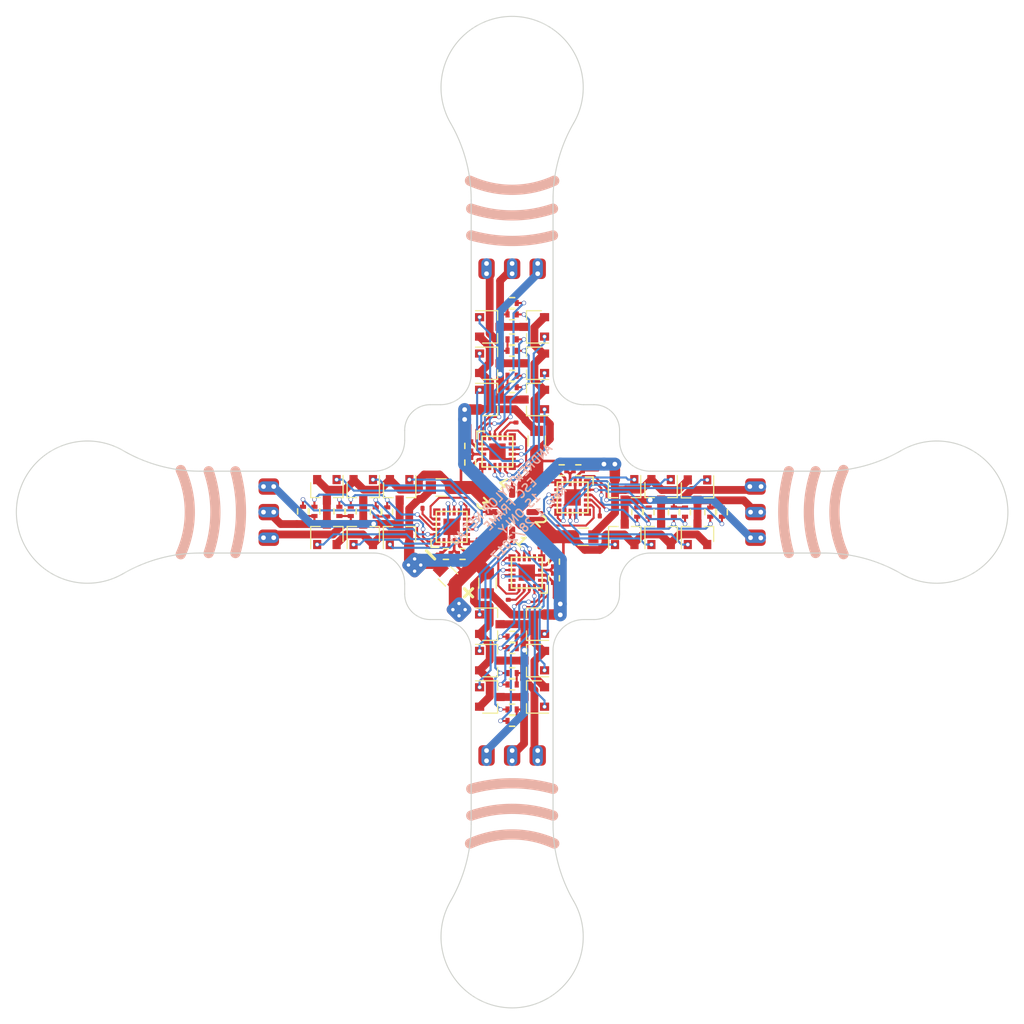
<source format=kicad_pcb>
(kicad_pcb (version 20170123) (host pcbnew "(2017-08-19 revision a20cce075)-makepkg")
  (layers (0 F.Cu signal) (31 B.Cu signal) (34 B.Paste user) (35 F.Paste user) (36 B.SilkS user) (37 F.SilkS user) (38 B.Mask user) (39 F.Mask user) (44 Edge.Cuts user))
  (net 0 "")
  (net 1 "Net-(BL_TX1-Pad1)")
  (net 2 "Net-(BL_TX2-Pad1)")
  (net 3 "Net-(BL_TX3-Pad1)")
  (net 4 "Net-(BL_TX4-Pad1)")
  (net 5 GND)
  (net 6 VCC)
  (net 7 "/single esc 1/Ap_0")
  (net 8 "/single esc 1/PHASE_A_0")
  (net 9 "/single esc 1/Ac_0")
  (net 10 "/single esc 1/PHASE_B_0")
  (net 11 "/single esc 1/Bp_0")
  (net 12 "/single esc 1/Bc_0")
  (net 13 "/single esc 1/PHASE_C_0")
  (net 14 "/single esc 1/Cp_0")
  (net 15 "/single esc 1/Cc_0")
  (net 16 "/single esc 2/PHASE_A_0")
  (net 17 "/single esc 2/Ap_0")
  (net 18 "/single esc 2/Ac_0")
  (net 19 "/single esc 2/PHASE_B_0")
  (net 20 "/single esc 2/Bp_0")
  (net 21 "/single esc 2/Bc_0")
  (net 22 "/single esc 2/Cp_0")
  (net 23 "/single esc 2/PHASE_C_0")
  (net 24 "/single esc 2/Cc_0")
  (net 25 "/single esc 3/PHASE_A_0")
  (net 26 "/single esc 3/Ap_0")
  (net 27 "/single esc 3/Ac_0")
  (net 28 "/single esc 3/PHASE_B_0")
  (net 29 "/single esc 3/Bp_0")
  (net 30 "/single esc 3/Bc_0")
  (net 31 "/single esc 3/Cp_0")
  (net 32 "/single esc 3/PHASE_C_0")
  (net 33 "/single esc 3/Cc_0")
  (net 34 "/single esc 4/Ap_0")
  (net 35 "/single esc 4/PHASE_A_0")
  (net 36 "/single esc 4/Ac_0")
  (net 37 "/single esc 4/PHASE_B_0")
  (net 38 "/single esc 4/Bp_0")
  (net 39 "/single esc 4/Bc_0")
  (net 40 "/single esc 4/Cp_0")
  (net 41 "/single esc 4/PHASE_C_0")
  (net 42 "/single esc 4/Cc_0")
  (net 43 "Net-(R201-Pad1)")
  (net 44 "Net-(R202-Pad1)")
  (net 45 "Net-(R203-Pad2)")
  (net 46 "Net-(R205-Pad2)")
  (net 47 "Net-(R207-Pad2)")
  (net 48 "Net-(R301-Pad1)")
  (net 49 "Net-(R302-Pad1)")
  (net 50 "Net-(R303-Pad2)")
  (net 51 "Net-(R305-Pad2)")
  (net 52 "Net-(R307-Pad2)")
  (net 53 "Net-(R401-Pad1)")
  (net 54 "Net-(R402-Pad1)")
  (net 55 "Net-(R403-Pad2)")
  (net 56 "Net-(R405-Pad2)")
  (net 57 "Net-(R407-Pad2)")
  (net 58 "Net-(R501-Pad1)")
  (net 59 "Net-(R502-Pad1)")
  (net 60 "Net-(R503-Pad2)")
  (net 61 "Net-(R505-Pad2)")
  (net 62 "Net-(R507-Pad2)")
  (net 63 /RC_IN_0)
  (net 64 /RC_IN_1)
  (net 65 "/single esc 3/RC_IN")
  (net 66 "/single esc 4/RC_IN")
  (net 67 "/single esc 1/C2D_0")
  (net 68 "/single esc 2/C2D_0")
  (net 69 "/single esc 3/C2D_0")
  (net 70 "/single esc 4/C2D_0")
  (net 71 "Net-(U201-Pad7)")
  (net 72 "Net-(U201-Pad15)")
  (net 73 "Net-(U201-Pad16)")
  (net 74 "Net-(U301-Pad7)")
  (net 75 "Net-(U301-Pad15)")
  (net 76 "Net-(U301-Pad16)")
  (net 77 "Net-(U401-Pad16)")
  (net 78 "Net-(U401-Pad15)")
  (net 79 "Net-(U401-Pad7)")
  (net 80 "Net-(U501-Pad16)")
  (net 81 "Net-(U501-Pad15)")
  (net 82 "Net-(U501-Pad7)")
  (module Wire_Pads:SolderWirePad_single_1-5mmDrill (layer F.Cu) (at 86.2192 107.5)
    (fp_text reference Out_C3 hide)
    (fp_text value TP)
    (pad 1 smd roundrect (at 0 0) (size 2 1.6) (layers F.Cu F.Mask) (net 32 "/single esc 3/PHASE_C_0"))
  )
  (module Wire_Pads:SolderWirePad_single_1-5mmDrill (layer F.Cu) (at 112.5 86.2192)
    (fp_text reference Out_C1 hide)
    (fp_text value TP)
    (pad 1 smd roundrect (at 0 0) (size 1.6 2) (layers F.Cu F.Mask) (net 13 "/single esc 1/PHASE_C_0"))
  )
  (module custom:QFN20 (layer F.Cu) (at 104.086739 111.435)
    (fp_text reference U401 hide)
    (fp_text value EFM8BB21 hide)
    (pad 1 smd rect (at -1.45 1.45) (size 0.7 0.7) (layers F.Cu F.Paste F.Mask) (net 57 "Net-(R407-Pad2)"))
    (pad 16 smd rect (at -1.45 -1.45) (size 0.7 0.7) (layers F.Cu F.Paste F.Mask) (net 77 "Net-(U401-Pad16)"))
    (pad 21 smd rect (at 0 0) (size 1.6 1.6) (layers F.Cu F.Paste F.Mask) (net 5 GND))
    (pad 20 smd rect (at -1.45 0.75 90) (size 0.3 0.7) (layers F.Cu F.Paste F.Mask) (net 55 "Net-(R403-Pad2)"))
    (pad 14 smd rect (at -0.25 -1.45) (size 0.3 0.7) (layers F.Cu F.Paste F.Mask) (net 26 "/single esc 3/Ap_0"))
    (pad 15 smd rect (at -0.75 -1.45) (size 0.3 0.7) (layers F.Cu F.Paste F.Mask) (net 78 "Net-(U401-Pad15)"))
    (pad 13 smd rect (at 0.25 -1.45) (size 0.3 0.7) (layers F.Cu F.Paste F.Mask) (net 27 "/single esc 3/Ac_0"))
    (pad 19 smd rect (at -1.45 0.25 90) (size 0.3 0.7) (layers F.Cu F.Paste F.Mask) (net 54 "Net-(R402-Pad1)"))
    (pad 18 smd rect (at -1.45 -0.25 90) (size 0.3 0.7) (layers F.Cu F.Paste F.Mask) (net 3 "Net-(BL_TX3-Pad1)"))
    (pad 17 smd rect (at -1.45 -0.75 90) (size 0.3 0.7) (layers F.Cu F.Paste F.Mask) (net 65 "/single esc 3/RC_IN"))
    (pad 12 smd rect (at 0.75 -1.45) (size 0.3 0.7) (layers F.Cu F.Paste F.Mask) (net 5 GND))
    (pad 11 smd rect (at 1.45 -1.45) (size 0.7 0.7) (layers F.Cu F.Paste F.Mask) (net 29 "/single esc 3/Bp_0"))
    (pad 10 smd rect (at 1.45 -0.75 90) (size 0.3 0.7) (layers F.Cu F.Paste F.Mask) (net 30 "/single esc 3/Bc_0"))
    (pad 6 smd rect (at 1.45 1.45) (size 0.7 0.7) (layers F.Cu F.Paste F.Mask) (net 69 "/single esc 3/C2D_0"))
    (pad 7 smd rect (at 1.45 0.75 90) (size 0.3 0.7) (layers F.Cu F.Paste F.Mask) (net 79 "Net-(U401-Pad7)"))
    (pad 9 smd rect (at 1.45 -0.25 90) (size 0.3 0.7) (layers F.Cu F.Paste F.Mask) (net 31 "/single esc 3/Cp_0"))
    (pad 8 smd rect (at 1.45 0.25 90) (size 0.3 0.7) (layers F.Cu F.Paste F.Mask) (net 33 "/single esc 3/Cc_0"))
    (pad 5 smd rect (at 0.75 1.45) (size 0.3 0.7) (layers F.Cu F.Paste F.Mask) (net 53 "Net-(R401-Pad1)"))
    (pad 4 smd rect (at 0.25 1.45) (size 0.3 0.7) (layers F.Cu F.Paste F.Mask) (net 6 VCC))
    (pad 3 smd rect (at -0.25 1.45) (size 0.3 0.7) (layers F.Cu F.Paste F.Mask) (net 5 GND))
    (pad 2 smd rect (at -0.75 1.45) (size 0.3 0.7) (layers F.Cu F.Paste F.Mask) (net 56 "Net-(R405-Pad2)"))
  )
  (module TO_SOT_Packages_SMD:SOT-23 (layer F.Cu) (at 112.1664 120.9548 180)
    (fp_text reference FET505 hide)
    (fp_text value IRLML6244)
    (pad 1 smd rect (at -1 -0.95 180) (size 0.9 0.8) (layers F.Cu F.Paste F.Mask) (net 40 "/single esc 4/Cp_0"))
    (pad 2 smd rect (at -1 0.95 180) (size 0.9 0.8) (layers F.Cu F.Paste F.Mask) (net 5 GND))
    (pad 3 smd rect (at 1 0 180) (size 0.9 0.8) (layers F.Cu F.Paste F.Mask) (net 41 "/single esc 4/PHASE_C_0"))
  )
  (module custom:R_0402_CUSTOM (layer F.Cu) (at 105.9032 105.156 90)
    (fp_text reference R201 hide)
    (fp_text value 1k)
    (pad 2 smd rect (at 0.45 0 90) (size 0.4 0.6) (layers F.Cu F.Paste F.Mask) (net 6 VCC))
    (pad 1 smd rect (at -0.45 0 90) (size 0.4 0.6) (layers F.Cu F.Paste F.Mask) (net 43 "Net-(R201-Pad1)"))
  )
  (module TO_SOT_Packages_SMD:SOT-23 (layer F.Cu) (at 99.0092 107.823 270)
    (fp_text reference FET406 hide)
    (fp_text value IRLML2244)
    (pad 3 smd rect (at 1 0 270) (size 0.9 0.8) (layers F.Cu F.Paste F.Mask) (net 32 "/single esc 3/PHASE_C_0"))
    (pad 2 smd rect (at -1 0.95 270) (size 0.9 0.8) (layers F.Cu F.Paste F.Mask) (net 6 VCC))
    (pad 1 smd rect (at -1 -0.95 270) (size 0.9 0.8) (layers F.Cu F.Paste F.Mask) (net 33 "/single esc 3/Cc_0"))
  )
  (module Capacitors_SMD:C_0805 (layer F.Cu) (at 112.4056 103.0584 270)
    (fp_text reference C201 hide)
    (fp_text value 47u)
    (pad 2 smd rect (at 1 0 270) (size 1 1.25) (layers F.Cu F.Paste F.Mask) (net 6 VCC) (clearance 0.1524))
    (pad 1 smd rect (at -1 0 270) (size 1 1.25) (layers F.Cu F.Paste F.Mask) (net 5 GND))
  )
  (module Capacitors_SMD:C_0805 (layer F.Cu) (at 103.7336 116.2812 315)
    (fp_text reference C1000 hide)
    (fp_text value 47u)
    (pad 1 smd rect (at -1 0 315) (size 1 1.25) (layers F.Cu F.Paste F.Mask) (net 5 GND))
    (pad 2 smd rect (at 1 0 315) (size 1 1.25) (layers F.Cu F.Paste F.Mask) (net 6 VCC))
  )
  (module custom:QFN20 (layer F.Cu) (at 111.4351 115.9138 90)
    (fp_text reference U501 hide)
    (fp_text value EFM8BB21 hide)
    (pad 1 smd rect (at -1.45 1.45 90) (size 0.7 0.7) (layers F.Cu F.Paste F.Mask) (net 62 "Net-(R507-Pad2)"))
    (pad 16 smd rect (at -1.45 -1.45 90) (size 0.7 0.7) (layers F.Cu F.Paste F.Mask) (net 80 "Net-(U501-Pad16)"))
    (pad 21 smd rect (at 0 0 90) (size 1.6 1.6) (layers F.Cu F.Paste F.Mask) (net 5 GND))
    (pad 20 smd rect (at -1.45 0.75 180) (size 0.3 0.7) (layers F.Cu F.Paste F.Mask) (net 60 "Net-(R503-Pad2)"))
    (pad 14 smd rect (at -0.25 -1.45 90) (size 0.3 0.7) (layers F.Cu F.Paste F.Mask) (net 34 "/single esc 4/Ap_0"))
    (pad 15 smd rect (at -0.75 -1.45 90) (size 0.3 0.7) (layers F.Cu F.Paste F.Mask) (net 81 "Net-(U501-Pad15)"))
    (pad 13 smd rect (at 0.25 -1.45 90) (size 0.3 0.7) (layers F.Cu F.Paste F.Mask) (net 36 "/single esc 4/Ac_0"))
    (pad 19 smd rect (at -1.45 0.25 180) (size 0.3 0.7) (layers F.Cu F.Paste F.Mask) (net 59 "Net-(R502-Pad1)"))
    (pad 18 smd rect (at -1.45 -0.25 180) (size 0.3 0.7) (layers F.Cu F.Paste F.Mask) (net 4 "Net-(BL_TX4-Pad1)"))
    (pad 17 smd rect (at -1.45 -0.75 180) (size 0.3 0.7) (layers F.Cu F.Paste F.Mask) (net 66 "/single esc 4/RC_IN"))
    (pad 12 smd rect (at 0.75 -1.45 90) (size 0.3 0.7) (layers F.Cu F.Paste F.Mask) (net 5 GND))
    (pad 11 smd rect (at 1.45 -1.45 90) (size 0.7 0.7) (layers F.Cu F.Paste F.Mask) (net 38 "/single esc 4/Bp_0"))
    (pad 10 smd rect (at 1.45 -0.75 180) (size 0.3 0.7) (layers F.Cu F.Paste F.Mask) (net 39 "/single esc 4/Bc_0"))
    (pad 6 smd rect (at 1.45 1.45 90) (size 0.7 0.7) (layers F.Cu F.Paste F.Mask) (net 70 "/single esc 4/C2D_0"))
    (pad 7 smd rect (at 1.45 0.75 180) (size 0.3 0.7) (layers F.Cu F.Paste F.Mask) (net 82 "Net-(U501-Pad7)"))
    (pad 9 smd rect (at 1.45 -0.25 180) (size 0.3 0.7) (layers F.Cu F.Paste F.Mask) (net 40 "/single esc 4/Cp_0"))
    (pad 8 smd rect (at 1.45 0.25 180) (size 0.3 0.7) (layers F.Cu F.Paste F.Mask) (net 42 "/single esc 4/Cc_0"))
    (pad 5 smd rect (at 0.75 1.45 90) (size 0.3 0.7) (layers F.Cu F.Paste F.Mask) (net 58 "Net-(R501-Pad1)"))
    (pad 4 smd rect (at 0.25 1.45 90) (size 0.3 0.7) (layers F.Cu F.Paste F.Mask) (net 6 VCC))
    (pad 3 smd rect (at -0.25 1.45 90) (size 0.3 0.7) (layers F.Cu F.Paste F.Mask) (net 5 GND))
    (pad 2 smd rect (at -0.75 1.45 90) (size 0.3 0.7) (layers F.Cu F.Paste F.Mask) (net 61 "Net-(R505-Pad2)"))
  )
  (module custom:QFN20 (layer F.Cu) (at 115.9138 108.5649 180)
    (fp_text reference U301 hide)
    (fp_text value EFM8BB21 hide)
    (pad 2 smd rect (at -0.75 1.45 180) (size 0.3 0.7) (layers F.Cu F.Paste F.Mask) (net 51 "Net-(R305-Pad2)"))
    (pad 3 smd rect (at -0.25 1.45 180) (size 0.3 0.7) (layers F.Cu F.Paste F.Mask) (net 5 GND))
    (pad 4 smd rect (at 0.25 1.45 180) (size 0.3 0.7) (layers F.Cu F.Paste F.Mask) (net 6 VCC))
    (pad 5 smd rect (at 0.75 1.45 180) (size 0.3 0.7) (layers F.Cu F.Paste F.Mask) (net 48 "Net-(R301-Pad1)"))
    (pad 8 smd rect (at 1.45 0.25 270) (size 0.3 0.7) (layers F.Cu F.Paste F.Mask) (net 24 "/single esc 2/Cc_0"))
    (pad 9 smd rect (at 1.45 -0.25 270) (size 0.3 0.7) (layers F.Cu F.Paste F.Mask) (net 22 "/single esc 2/Cp_0"))
    (pad 7 smd rect (at 1.45 0.75 270) (size 0.3 0.7) (layers F.Cu F.Paste F.Mask) (net 74 "Net-(U301-Pad7)"))
    (pad 6 smd rect (at 1.45 1.45 180) (size 0.7 0.7) (layers F.Cu F.Paste F.Mask) (net 68 "/single esc 2/C2D_0"))
    (pad 10 smd rect (at 1.45 -0.75 270) (size 0.3 0.7) (layers F.Cu F.Paste F.Mask) (net 21 "/single esc 2/Bc_0"))
    (pad 11 smd rect (at 1.45 -1.45 180) (size 0.7 0.7) (layers F.Cu F.Paste F.Mask) (net 20 "/single esc 2/Bp_0"))
    (pad 12 smd rect (at 0.75 -1.45 180) (size 0.3 0.7) (layers F.Cu F.Paste F.Mask) (net 5 GND))
    (pad 17 smd rect (at -1.45 -0.75 270) (size 0.3 0.7) (layers F.Cu F.Paste F.Mask) (net 64 /RC_IN_1))
    (pad 18 smd rect (at -1.45 -0.25 270) (size 0.3 0.7) (layers F.Cu F.Paste F.Mask) (net 2 "Net-(BL_TX2-Pad1)"))
    (pad 19 smd rect (at -1.45 0.25 270) (size 0.3 0.7) (layers F.Cu F.Paste F.Mask) (net 49 "Net-(R302-Pad1)"))
    (pad 13 smd rect (at 0.25 -1.45 180) (size 0.3 0.7) (layers F.Cu F.Paste F.Mask) (net 18 "/single esc 2/Ac_0"))
    (pad 15 smd rect (at -0.75 -1.45 180) (size 0.3 0.7) (layers F.Cu F.Paste F.Mask) (net 75 "Net-(U301-Pad15)"))
    (pad 14 smd rect (at -0.25 -1.45 180) (size 0.3 0.7) (layers F.Cu F.Paste F.Mask) (net 17 "/single esc 2/Ap_0"))
    (pad 20 smd rect (at -1.45 0.75 270) (size 0.3 0.7) (layers F.Cu F.Paste F.Mask) (net 50 "Net-(R303-Pad2)"))
    (pad 21 smd rect (at 0 0 180) (size 1.6 1.6) (layers F.Cu F.Paste F.Mask) (net 5 GND))
    (pad 16 smd rect (at -1.45 -1.45 180) (size 0.7 0.7) (layers F.Cu F.Paste F.Mask) (net 76 "Net-(U301-Pad16)"))
    (pad 1 smd rect (at -1.45 1.45 180) (size 0.7 0.7) (layers F.Cu F.Paste F.Mask) (net 52 "Net-(R307-Pad2)"))
  )
  (module TO_SOT_Packages_SMD:SOT-23 (layer F.Cu) (at 107.823 95.4532)
    (fp_text reference FET203 hide)
    (fp_text value IRLML6244)
    (pad 3 smd rect (at 1 0) (size 0.9 0.8) (layers F.Cu F.Paste F.Mask) (net 10 "/single esc 1/PHASE_B_0"))
    (pad 2 smd rect (at -1 0.95) (size 0.9 0.8) (layers F.Cu F.Paste F.Mask) (net 5 GND))
    (pad 1 smd rect (at -1 -0.95) (size 0.9 0.8) (layers F.Cu F.Paste F.Mask) (net 11 "/single esc 1/Bp_0"))
  )
  (module TO_SOT_Packages_SMD:SOT-23 (layer F.Cu) (at 98.994 112.1664 90)
    (fp_text reference FET405 hide)
    (fp_text value IRLML6244)
    (pad 1 smd rect (at -1 -0.95 90) (size 0.9 0.8) (layers F.Cu F.Paste F.Mask) (net 31 "/single esc 3/Cp_0"))
    (pad 2 smd rect (at -1 0.95 90) (size 0.9 0.8) (layers F.Cu F.Paste F.Mask) (net 5 GND))
    (pad 3 smd rect (at 1 0 90) (size 0.9 0.8) (layers F.Cu F.Paste F.Mask) (net 32 "/single esc 3/PHASE_C_0"))
  )
  (module custom:R_0402_CUSTOM (layer F.Cu) (at 122.2248 110 270)
    (fp_text reference R306 hide)
    (fp_text value 1k)
    (pad 2 smd rect (at 0.45 0 270) (size 0.4 0.6) (layers F.Cu F.Paste F.Mask) (net 49 "Net-(R302-Pad1)"))
    (pad 1 smd rect (at -0.45 0 270) (size 0.4 0.6) (layers F.Cu F.Paste F.Mask) (net 23 "/single esc 2/PHASE_C_0"))
  )
  (module custom:tp_SMD_0.6x1.2 (layer F.Cu) (at 110 112)
    (fp_text reference TP106 hide)
    (fp_text value TP hide)
    (pad 1 smd roundrect (at 0 0) (size 0.6 1.2) (layers F.Cu F.Mask) (net 66 "/single esc 4/RC_IN"))
  )
  (module custom:R_0402_CUSTOM (layer F.Cu) (at 114.0968 114.844 270)
    (fp_text reference R501 hide)
    (fp_text value 1k)
    (pad 2 smd rect (at 0.45 0 270) (size 0.4 0.6) (layers F.Cu F.Paste F.Mask) (net 6 VCC))
    (pad 1 smd rect (at -0.45 0 270) (size 0.4 0.6) (layers F.Cu F.Paste F.Mask) (net 58 "Net-(R501-Pad1)"))
  )
  (module custom:C_0402_CUSTOM (layer F.Cu) (at 114.0968 116.4696 90)
    (fp_text reference C502 hide)
    (fp_text value 100n)
    (pad 2 smd rect (at 0.45 0 90) (size 0.4 0.6) (layers F.Cu F.Paste F.Mask) (net 6 VCC))
    (pad 1 smd rect (at -0.45 0 90) (size 0.4 0.6) (layers F.Cu F.Paste F.Mask) (net 5 GND))
  )
  (module custom:R_0402_CUSTOM (layer F.Cu) (at 105.156 114.0968 180)
    (fp_text reference R401 hide)
    (fp_text value 1k)
    (pad 2 smd rect (at 0.45 0 180) (size 0.4 0.6) (layers F.Cu F.Paste F.Mask) (net 6 VCC))
    (pad 1 smd rect (at -0.45 0 180) (size 0.4 0.6) (layers F.Cu F.Paste F.Mask) (net 53 "Net-(R401-Pad1)"))
  )
  (module custom:R_0402_CUSTOM (layer F.Cu) (at 125.8062 110 90)
    (fp_text reference R304 hide)
    (fp_text value 1k)
    (pad 1 smd rect (at -0.45 0 90) (size 0.4 0.6) (layers F.Cu F.Paste F.Mask) (net 49 "Net-(R302-Pad1)"))
    (pad 2 smd rect (at 0.45 0 90) (size 0.4 0.6) (layers F.Cu F.Paste F.Mask) (net 19 "/single esc 2/PHASE_B_0"))
  )
  (module TO_SOT_Packages_SMD:SOT-23 (layer F.Cu) (at 121.0056 112.1664 90)
    (fp_text reference FET306 hide)
    (fp_text value IRLML2244)
    (pad 3 smd rect (at 1 0 90) (size 0.9 0.8) (layers F.Cu F.Paste F.Mask) (net 23 "/single esc 2/PHASE_C_0"))
    (pad 2 smd rect (at -1 0.95 90) (size 0.9 0.8) (layers F.Cu F.Paste F.Mask) (net 6 VCC))
    (pad 1 smd rect (at -1 -0.95 90) (size 0.9 0.8) (layers F.Cu F.Paste F.Mask) (net 24 "/single esc 2/Cc_0"))
  )
  (module custom:C_0402_CUSTOM (layer F.Cu) (at 105.9032 103.5304 270)
    (fp_text reference C202 hide)
    (fp_text value 100n)
    (pad 1 smd rect (at -0.45 0 270) (size 0.4 0.6) (layers F.Cu F.Paste F.Mask) (net 5 GND))
    (pad 2 smd rect (at 0.45 0 270) (size 0.4 0.6) (layers F.Cu F.Paste F.Mask) (net 6 VCC))
  )
  (module custom:TP_smd_0.5x0.4 (layer F.Cu) (at 110.3736 101.2444)
    (fp_text reference BL_TX1 hide)
    (fp_text value TP hide)
    (pad 1 smd roundrect (at 0 0) (size 0.5 0.4) (layers F.Cu F.Mask) (net 1 "Net-(BL_TX1-Pad1)"))
  )
  (module custom:QFN20 (layer F.Cu) (at 108.5649 104.086739 270)
    (fp_text reference U201 hide)
    (fp_text value EFM8BB21 hide)
    (pad 2 smd rect (at -0.75 1.45 270) (size 0.3 0.7) (layers F.Cu F.Paste F.Mask) (net 46 "Net-(R205-Pad2)"))
    (pad 3 smd rect (at -0.25 1.45 270) (size 0.3 0.7) (layers F.Cu F.Paste F.Mask) (net 5 GND))
    (pad 4 smd rect (at 0.25 1.45 270) (size 0.3 0.7) (layers F.Cu F.Paste F.Mask) (net 6 VCC))
    (pad 5 smd rect (at 0.75 1.45 270) (size 0.3 0.7) (layers F.Cu F.Paste F.Mask) (net 43 "Net-(R201-Pad1)"))
    (pad 8 smd rect (at 1.45 0.25) (size 0.3 0.7) (layers F.Cu F.Paste F.Mask) (net 15 "/single esc 1/Cc_0"))
    (pad 9 smd rect (at 1.45 -0.25) (size 0.3 0.7) (layers F.Cu F.Paste F.Mask) (net 14 "/single esc 1/Cp_0"))
    (pad 7 smd rect (at 1.45 0.75) (size 0.3 0.7) (layers F.Cu F.Paste F.Mask) (net 71 "Net-(U201-Pad7)"))
    (pad 6 smd rect (at 1.45 1.45 270) (size 0.7 0.7) (layers F.Cu F.Paste F.Mask) (net 67 "/single esc 1/C2D_0"))
    (pad 10 smd rect (at 1.45 -0.75) (size 0.3 0.7) (layers F.Cu F.Paste F.Mask) (net 12 "/single esc 1/Bc_0"))
    (pad 11 smd rect (at 1.45 -1.45 270) (size 0.7 0.7) (layers F.Cu F.Paste F.Mask) (net 11 "/single esc 1/Bp_0"))
    (pad 12 smd rect (at 0.75 -1.45 270) (size 0.3 0.7) (layers F.Cu F.Paste F.Mask) (net 5 GND))
    (pad 17 smd rect (at -1.45 -0.75) (size 0.3 0.7) (layers F.Cu F.Paste F.Mask) (net 63 /RC_IN_0))
    (pad 18 smd rect (at -1.45 -0.25) (size 0.3 0.7) (layers F.Cu F.Paste F.Mask) (net 1 "Net-(BL_TX1-Pad1)"))
    (pad 19 smd rect (at -1.45 0.25) (size 0.3 0.7) (layers F.Cu F.Paste F.Mask) (net 44 "Net-(R202-Pad1)"))
    (pad 13 smd rect (at 0.25 -1.45 270) (size 0.3 0.7) (layers F.Cu F.Paste F.Mask) (net 9 "/single esc 1/Ac_0"))
    (pad 15 smd rect (at -0.75 -1.45 270) (size 0.3 0.7) (layers F.Cu F.Paste F.Mask) (net 72 "Net-(U201-Pad15)"))
    (pad 14 smd rect (at -0.25 -1.45 270) (size 0.3 0.7) (layers F.Cu F.Paste F.Mask) (net 7 "/single esc 1/Ap_0"))
    (pad 20 smd rect (at -1.45 0.75) (size 0.3 0.7) (layers F.Cu F.Paste F.Mask) (net 45 "Net-(R203-Pad2)"))
    (pad 21 smd rect (at 0 0 270) (size 1.6 1.6) (layers F.Cu F.Paste F.Mask) (net 5 GND))
    (pad 16 smd rect (at -1.45 -1.45 270) (size 0.7 0.7) (layers F.Cu F.Paste F.Mask) (net 73 "Net-(U201-Pad16)"))
    (pad 1 smd rect (at -1.45 1.45 270) (size 0.7 0.7) (layers F.Cu F.Paste F.Mask) (net 47 "Net-(R207-Pad2)"))
  )
  (module TO_SOT_Packages_SMD:SOT-23 (layer F.Cu) (at 107.823 98.994)
    (fp_text reference FET205 hide)
    (fp_text value IRLML6244)
    (pad 3 smd rect (at 1 0) (size 0.9 0.8) (layers F.Cu F.Paste F.Mask) (net 13 "/single esc 1/PHASE_C_0"))
    (pad 2 smd rect (at -1 0.95) (size 0.9 0.8) (layers F.Cu F.Paste F.Mask) (net 5 GND))
    (pad 1 smd rect (at -1 -0.95) (size 0.9 0.8) (layers F.Cu F.Paste F.Mask) (net 14 "/single esc 1/Cp_0"))
  )
  (module TO_SOT_Packages_SMD:SOT-23 (layer F.Cu) (at 107.823 91.8972)
    (fp_text reference FET201 hide)
    (fp_text value IRLML6244)
    (pad 1 smd rect (at -1 -0.95) (size 0.9 0.8) (layers F.Cu F.Paste F.Mask) (net 7 "/single esc 1/Ap_0"))
    (pad 2 smd rect (at -1 0.95) (size 0.9 0.8) (layers F.Cu F.Paste F.Mask) (net 5 GND))
    (pad 3 smd rect (at 1 0) (size 0.9 0.8) (layers F.Cu F.Paste F.Mask) (net 8 "/single esc 1/PHASE_A_0"))
  )
  (module custom:R_0402_CUSTOM (layer F.Cu) (at 114.844 105.9032)
    (fp_text reference R301 hide)
    (fp_text value 1k)
    (pad 1 smd rect (at -0.45 0) (size 0.4 0.6) (layers F.Cu F.Paste F.Mask) (net 48 "Net-(R301-Pad1)"))
    (pad 2 smd rect (at 0.45 0) (size 0.4 0.6) (layers F.Cu F.Paste F.Mask) (net 6 VCC))
  )
  (module custom:R_0402_CUSTOM (layer F.Cu) (at 110 96.6724)
    (fp_text reference R207 hide)
    (fp_text value 10k)
    (pad 1 smd rect (at -0.45 0) (size 0.4 0.6) (layers F.Cu F.Paste F.Mask) (net 13 "/single esc 1/PHASE_C_0"))
    (pad 2 smd rect (at 0.45 0) (size 0.4 0.6) (layers F.Cu F.Paste F.Mask) (net 47 "Net-(R207-Pad2)"))
  )
  (module custom:R_0402_CUSTOM (layer F.Cu) (at 110 97.79)
    (fp_text reference R206 hide)
    (fp_text value 1k)
    (pad 1 smd rect (at -0.45 0) (size 0.4 0.6) (layers F.Cu F.Paste F.Mask) (net 13 "/single esc 1/PHASE_C_0"))
    (pad 2 smd rect (at 0.45 0) (size 0.4 0.6) (layers F.Cu F.Paste F.Mask) (net 44 "Net-(R202-Pad1)"))
  )
  (module custom:R_0402_CUSTOM (layer F.Cu) (at 110 90.678 180)
    (fp_text reference R202 hide)
    (fp_text value 1k)
    (pad 1 smd rect (at -0.45 0 180) (size 0.4 0.6) (layers F.Cu F.Paste F.Mask) (net 44 "Net-(R202-Pad1)"))
    (pad 2 smd rect (at 0.45 0 180) (size 0.4 0.6) (layers F.Cu F.Paste F.Mask) (net 8 "/single esc 1/PHASE_A_0"))
  )
  (module custom:R_0402_CUSTOM (layer F.Cu) (at 110 89.5604)
    (fp_text reference R203 hide)
    (fp_text value 10k)
    (pad 1 smd rect (at -0.45 0) (size 0.4 0.6) (layers F.Cu F.Paste F.Mask) (net 8 "/single esc 1/PHASE_A_0"))
    (pad 2 smd rect (at 0.45 0) (size 0.4 0.6) (layers F.Cu F.Paste F.Mask) (net 45 "Net-(R203-Pad2)"))
  )
  (module TO_SOT_Packages_SMD:SOT-23 (layer F.Cu) (at 112.1664 98.994 180)
    (fp_text reference FET206 hide)
    (fp_text value IRLML2244)
    (pad 3 smd rect (at 1 0 180) (size 0.9 0.8) (layers F.Cu F.Paste F.Mask) (net 13 "/single esc 1/PHASE_C_0"))
    (pad 2 smd rect (at -1 0.95 180) (size 0.9 0.8) (layers F.Cu F.Paste F.Mask) (net 6 VCC))
    (pad 1 smd rect (at -1 -0.95 180) (size 0.9 0.8) (layers F.Cu F.Paste F.Mask) (net 15 "/single esc 1/Cc_0"))
  )
  (module Wire_Pads:SolderWirePad_single_1-2mmDrill (layer F.Cu) (at 110 86.2192)
    (fp_text reference Out_A1 hide)
    (fp_text value TP)
    (pad 1 smd roundrect (at 0 0) (size 1.6 2) (layers F.Cu F.Mask) (net 8 "/single esc 1/PHASE_A_0"))
  )
  (module Wire_Pads:SolderWirePad_single_1-2mmDrill (layer F.Cu) (at 107.5 86.2192)
    (fp_text reference Out_B1 hide)
    (fp_text value TP)
    (pad 1 smd roundrect (at 0 0) (size 1.6 2) (layers F.Cu F.Mask) (net 10 "/single esc 1/PHASE_B_0"))
  )
  (module TO_SOT_Packages_SMD:SOT-23 (layer F.Cu) (at 112.1664 91.8972 180)
    (fp_text reference FET202 hide)
    (fp_text value IRLML2244 hide)
    (pad 1 smd rect (at -1 -0.95 180) (size 0.9 0.8) (layers F.Cu F.Paste F.Mask) (net 9 "/single esc 1/Ac_0"))
    (pad 2 smd rect (at -1 0.95 180) (size 0.9 0.8) (layers F.Cu F.Paste F.Mask) (net 6 VCC))
    (pad 3 smd rect (at 1 0 180) (size 0.9 0.8) (layers F.Cu F.Paste F.Mask) (net 8 "/single esc 1/PHASE_A_0"))
  )
  (module TO_SOT_Packages_SMD:SOT-23 (layer F.Cu) (at 112.1664 95.4532 180)
    (fp_text reference FET204 hide)
    (fp_text value IRLML2244)
    (pad 1 smd rect (at -1 -0.95 180) (size 0.9 0.8) (layers F.Cu F.Paste F.Mask) (net 12 "/single esc 1/Bc_0"))
    (pad 2 smd rect (at -1 0.95 180) (size 0.9 0.8) (layers F.Cu F.Paste F.Mask) (net 6 VCC))
    (pad 3 smd rect (at 1 0 180) (size 0.9 0.8) (layers F.Cu F.Paste F.Mask) (net 10 "/single esc 1/PHASE_B_0"))
  )
  (module custom:R_0402_CUSTOM (layer F.Cu) (at 110 94.234 180)
    (fp_text reference R204 hide)
    (fp_text value 1k)
    (pad 2 smd rect (at 0.45 0 180) (size 0.4 0.6) (layers F.Cu F.Paste F.Mask) (net 10 "/single esc 1/PHASE_B_0"))
    (pad 1 smd rect (at -0.45 0 180) (size 0.4 0.6) (layers F.Cu F.Paste F.Mask) (net 44 "Net-(R202-Pad1)"))
  )
  (module custom:R_0402_CUSTOM (layer F.Cu) (at 110 93.1164)
    (fp_text reference R205 hide)
    (fp_text value 10k)
    (pad 2 smd rect (at 0.45 0) (size 0.4 0.6) (layers F.Cu F.Paste F.Mask) (net 46 "Net-(R205-Pad2)"))
    (pad 1 smd rect (at -0.45 0) (size 0.4 0.6) (layers F.Cu F.Paste F.Mask) (net 10 "/single esc 1/PHASE_B_0"))
  )
  (module custom:tp_SMD_0.6x1.2 (layer F.Cu) (at 110 108)
    (fp_text reference TP103 hide)
    (fp_text value TP hide)
    (pad 1 smd roundrect (at 0 0) (size 0.6 1.2) (layers F.Cu F.Mask) (net 63 /RC_IN_0))
  )
  (module custom:TP_smd_0.5x0.8 (layer F.Cu) (at 107.0864 106.68 270)
    (fp_text reference TP202 hide)
    (fp_text value TP hide)
    (pad 1 smd roundrect (at 0 0 270) (size 0.5 0.8) (layers F.Cu F.Mask) (net 67 "/single esc 1/C2D_0"))
  )
  (module custom:mouting_hole (layer F.Cu) (at 118 118)
    (fp_text reference H1 hide)
    (fp_text value hole hide)
    (pad "" np_thru_hole circle (at 0 0) (size 2 2) (drill 2) (layers *.Cu *.Mask))
  )
  (module Wire_Pads:SolderWirePad_single_1-2mmDrill (layer F.Cu) (at 86.2192 112.5)
    (fp_text reference Out_B3 hide)
    (fp_text value TP)
    (pad 1 smd roundrect (at 0 0) (size 2 1.6) (layers F.Cu F.Mask) (net 28 "/single esc 3/PHASE_B_0"))
  )
  (module Wire_Pads:SolderWirePad_single_1-2mmDrill (layer F.Cu) (at 133.7808 107.5)
    (fp_text reference Out_B2 hide)
    (fp_text value TP)
    (pad 1 smd roundrect (at 0 0) (size 2 1.6) (layers F.Cu F.Mask) (net 19 "/single esc 2/PHASE_B_0"))
  )
  (module Wire_Pads:SolderWirePad_single_1-2mmDrill (layer F.Cu) (at 112.5 133.7808)
    (fp_text reference Out_B4 hide)
    (fp_text value TP)
    (pad 1 smd roundrect (at 0 0) (size 1.6 2) (layers F.Cu F.Mask) (net 37 "/single esc 4/PHASE_B_0"))
  )
  (module Wire_Pads:SolderWirePad_single_1-2mmDrill (layer F.Cu) (at 133.7808 110)
    (fp_text reference Out_A2 hide)
    (fp_text value TP)
    (pad 1 smd roundrect (at 0 0) (size 2 1.6) (layers F.Cu F.Mask) (net 16 "/single esc 2/PHASE_A_0"))
  )
  (module Wire_Pads:SolderWirePad_single_1-2mmDrill (layer F.Cu) (at 110 133.7808)
    (fp_text reference Out_A4 hide)
    (fp_text value TP)
    (pad 1 smd roundrect (at 0 0) (size 1.6 2) (layers F.Cu F.Mask) (net 35 "/single esc 4/PHASE_A_0"))
  )
  (module Wire_Pads:SolderWirePad_single_1-2mmDrill (layer F.Cu) (at 86.2192 110)
    (fp_text reference Out_A3 hide)
    (fp_text value TP)
    (pad 1 smd roundrect (at 0 0) (size 2 1.6) (layers F.Cu F.Mask) (net 25 "/single esc 3/PHASE_A_0"))
  )
  (module Wire_Pads:SolderWirePad_single_1-5mmDrill (layer F.Cu) (at 107.5 133.7808)
    (fp_text reference Out_C4 hide)
    (fp_text value TP)
    (pad 1 smd roundrect (at 0 0) (size 1.6 2) (layers F.Cu F.Mask) (net 41 "/single esc 4/PHASE_C_0"))
  )
  (module Wire_Pads:SolderWirePad_single_1-5mmDrill (layer F.Cu) (at 133.7808 112.5)
    (fp_text reference Out_C2 hide)
    (fp_text value TP)
    (pad 1 smd roundrect (at 0 0) (size 2 1.6) (layers F.Cu F.Mask) (net 23 "/single esc 2/PHASE_C_0"))
  )
  (module custom:TP_smd_0.5x0.4 (layer F.Cu) (at 118.5672 110.3736 270)
    (fp_text reference BL_TX2 hide)
    (fp_text value TP hide)
    (pad 1 smd roundrect (at 0 0 270) (size 0.5 0.4) (layers F.Cu F.Mask) (net 2 "Net-(BL_TX2-Pad1)"))
  )
  (module custom:TP_smd_0.5x0.4 (layer F.Cu) (at 101.2444 109.728 90)
    (fp_text reference BL_TX3 hide)
    (fp_text value TP hide)
    (pad 1 smd roundrect (at 0.1016 0 90) (size 0.5 0.4) (layers F.Cu F.Mask) (net 3 "Net-(BL_TX3-Pad1)"))
  )
  (module custom:TP_smd_0.5x0.4 (layer F.Cu) (at 109.6264 118.5672)
    (fp_text reference BL_TX4 hide)
    (fp_text value TP hide)
    (pad 1 smd roundrect (at 0 0) (size 0.5 0.4) (layers F.Cu F.Mask) (net 4 "Net-(BL_TX4-Pad1)"))
  )
  (module Capacitors_SMD:C_0805 (layer F.Cu) (at 116.9416 112.4056 180)
    (fp_text reference C301 hide)
    (fp_text value 47u)
    (pad 2 smd rect (at 1 0 180) (size 1 1.25) (layers F.Cu F.Paste F.Mask) (net 6 VCC))
    (pad 1 smd rect (at -1 0 180) (size 1 1.25) (layers F.Cu F.Paste F.Mask) (net 5 GND))
  )
  (module custom:C_0402_CUSTOM (layer F.Cu) (at 116.4696 105.9032 180)
    (fp_text reference C302 hide)
    (fp_text value 100n)
    (pad 1 smd rect (at -0.45 0 180) (size 0.4 0.6) (layers F.Cu F.Paste F.Mask) (net 5 GND))
    (pad 2 smd rect (at 0.45 0 180) (size 0.4 0.6) (layers F.Cu F.Paste F.Mask) (net 6 VCC))
  )
  (module Capacitors_SMD:C_0805 (layer F.Cu) (at 103.0584 107.5944)
    (fp_text reference C401 hide)
    (fp_text value 47u)
    (pad 2 smd rect (at 1 0) (size 1 1.25) (layers F.Cu F.Paste F.Mask) (net 6 VCC))
    (pad 1 smd rect (at -1 0) (size 1 1.25) (layers F.Cu F.Paste F.Mask) (net 5 GND))
  )
  (module custom:C_0402_CUSTOM (layer F.Cu) (at 103.5304 114.0968)
    (fp_text reference C402 hide)
    (fp_text value 100n)
    (pad 2 smd rect (at 0.45 0) (size 0.4 0.6) (layers F.Cu F.Paste F.Mask) (net 6 VCC))
    (pad 1 smd rect (at -0.45 0) (size 0.4 0.6) (layers F.Cu F.Paste F.Mask) (net 5 GND))
  )
  (module Capacitors_SMD:C_0805 (layer F.Cu) (at 107.5944 116.9416 90)
    (fp_text reference C501 hide)
    (fp_text value 47u)
    (pad 2 smd rect (at 1 0 90) (size 1 1.25) (layers F.Cu F.Paste F.Mask) (net 6 VCC))
    (pad 1 smd rect (at -1 0 90) (size 1 1.25) (layers F.Cu F.Paste F.Mask) (net 5 GND))
  )
  (module TO_SOT_Packages_SMD:SOT-23 (layer F.Cu) (at 128.1176 107.8484 270)
    (fp_text reference FET301 hide)
    (fp_text value IRLML6244)
    (pad 3 smd rect (at 1 0 270) (size 0.9 0.8) (layers F.Cu F.Paste F.Mask) (net 16 "/single esc 2/PHASE_A_0"))
    (pad 2 smd rect (at -1 0.95 270) (size 0.9 0.8) (layers F.Cu F.Paste F.Mask) (net 5 GND))
    (pad 1 smd rect (at -1 -0.95 270) (size 0.9 0.8) (layers F.Cu F.Paste F.Mask) (net 17 "/single esc 2/Ap_0"))
  )
  (module TO_SOT_Packages_SMD:SOT-23 (layer F.Cu) (at 128.1176 112.1664 90)
    (fp_text reference FET302 hide)
    (fp_text value IRLML2244)
    (pad 1 smd rect (at -1 -0.95 90) (size 0.9 0.8) (layers F.Cu F.Paste F.Mask) (net 18 "/single esc 2/Ac_0"))
    (pad 2 smd rect (at -1 0.95 90) (size 0.9 0.8) (layers F.Cu F.Paste F.Mask) (net 6 VCC))
    (pad 3 smd rect (at 1 0 90) (size 0.9 0.8) (layers F.Cu F.Paste F.Mask) (net 16 "/single esc 2/PHASE_A_0"))
  )
  (module TO_SOT_Packages_SMD:SOT-23 (layer F.Cu) (at 124.5616 107.823 270)
    (fp_text reference FET303 hide)
    (fp_text value IRLML6244)
    (pad 3 smd rect (at 1 0 270) (size 0.9 0.8) (layers F.Cu F.Paste F.Mask) (net 19 "/single esc 2/PHASE_B_0"))
    (pad 2 smd rect (at -1 0.95 270) (size 0.9 0.8) (layers F.Cu F.Paste F.Mask) (net 5 GND))
    (pad 1 smd rect (at -1 -0.95 270) (size 0.9 0.8) (layers F.Cu F.Paste F.Mask) (net 20 "/single esc 2/Bp_0"))
  )
  (module TO_SOT_Packages_SMD:SOT-23 (layer F.Cu) (at 124.5616 112.1664 90)
    (fp_text reference FET304 hide)
    (fp_text value IRLML2244)
    (pad 1 smd rect (at -1 -0.95 90) (size 0.9 0.8) (layers F.Cu F.Paste F.Mask) (net 21 "/single esc 2/Bc_0"))
    (pad 2 smd rect (at -1 0.95 90) (size 0.9 0.8) (layers F.Cu F.Paste F.Mask) (net 6 VCC))
    (pad 3 smd rect (at 1 0 90) (size 0.9 0.8) (layers F.Cu F.Paste F.Mask) (net 19 "/single esc 2/PHASE_B_0"))
  )
  (module TO_SOT_Packages_SMD:SOT-23 (layer F.Cu) (at 120.9908 107.823 270)
    (fp_text reference FET305 hide)
    (fp_text value IRLML6244)
    (pad 1 smd rect (at -1 -0.95 270) (size 0.9 0.8) (layers F.Cu F.Paste F.Mask) (net 22 "/single esc 2/Cp_0"))
    (pad 2 smd rect (at -1 0.95 270) (size 0.9 0.8) (layers F.Cu F.Paste F.Mask) (net 5 GND))
    (pad 3 smd rect (at 1 0 270) (size 0.9 0.8) (layers F.Cu F.Paste F.Mask) (net 23 "/single esc 2/PHASE_C_0"))
  )
  (module TO_SOT_Packages_SMD:SOT-23 (layer F.Cu) (at 91.8972 112.1664 90)
    (fp_text reference FET401 hide)
    (fp_text value IRLML6244)
    (pad 3 smd rect (at 1 0 90) (size 0.9 0.8) (layers F.Cu F.Paste F.Mask) (net 25 "/single esc 3/PHASE_A_0"))
    (pad 2 smd rect (at -1 0.95 90) (size 0.9 0.8) (layers F.Cu F.Paste F.Mask) (net 5 GND))
    (pad 1 smd rect (at -1 -0.95 90) (size 0.9 0.8) (layers F.Cu F.Paste F.Mask) (net 26 "/single esc 3/Ap_0"))
  )
  (module TO_SOT_Packages_SMD:SOT-23 (layer F.Cu) (at 91.8972 107.823 270)
    (fp_text reference FET402 hide)
    (fp_text value IRLML2244)
    (pad 1 smd rect (at -1 -0.95 270) (size 0.9 0.8) (layers F.Cu F.Paste F.Mask) (net 27 "/single esc 3/Ac_0"))
    (pad 2 smd rect (at -1 0.95 270) (size 0.9 0.8) (layers F.Cu F.Paste F.Mask) (net 6 VCC))
    (pad 3 smd rect (at 1 0 270) (size 0.9 0.8) (layers F.Cu F.Paste F.Mask) (net 25 "/single esc 3/PHASE_A_0"))
  )
  (module TO_SOT_Packages_SMD:SOT-23 (layer F.Cu) (at 95.4532 112.1664 90)
    (fp_text reference FET403 hide)
    (fp_text value IRLML6244)
    (pad 3 smd rect (at 1 0 90) (size 0.9 0.8) (layers F.Cu F.Paste F.Mask) (net 28 "/single esc 3/PHASE_B_0"))
    (pad 2 smd rect (at -1 0.95 90) (size 0.9 0.8) (layers F.Cu F.Paste F.Mask) (net 5 GND))
    (pad 1 smd rect (at -1 -0.95 90) (size 0.9 0.8) (layers F.Cu F.Paste F.Mask) (net 29 "/single esc 3/Bp_0"))
  )
  (module TO_SOT_Packages_SMD:SOT-23 (layer F.Cu) (at 95.4532 107.823 270)
    (fp_text reference FET404 hide)
    (fp_text value IRLML2244)
    (pad 1 smd rect (at -1 -0.95 270) (size 0.9 0.8) (layers F.Cu F.Paste F.Mask) (net 30 "/single esc 3/Bc_0"))
    (pad 2 smd rect (at -1 0.95 270) (size 0.9 0.8) (layers F.Cu F.Paste F.Mask) (net 6 VCC))
    (pad 3 smd rect (at 1 0 270) (size 0.9 0.8) (layers F.Cu F.Paste F.Mask) (net 28 "/single esc 3/PHASE_B_0"))
  )
  (module TO_SOT_Packages_SMD:SOT-23 (layer F.Cu) (at 112.1664 128.0668 180)
    (fp_text reference FET501 hide)
    (fp_text value IRLML6244)
    (pad 1 smd rect (at -1 -0.95 180) (size 0.9 0.8) (layers F.Cu F.Paste F.Mask) (net 34 "/single esc 4/Ap_0"))
    (pad 2 smd rect (at -1 0.95 180) (size 0.9 0.8) (layers F.Cu F.Paste F.Mask) (net 5 GND))
    (pad 3 smd rect (at 1 0 180) (size 0.9 0.8) (layers F.Cu F.Paste F.Mask) (net 35 "/single esc 4/PHASE_A_0"))
  )
  (module TO_SOT_Packages_SMD:SOT-23 (layer F.Cu) (at 107.823 128.0668)
    (fp_text reference FET502 hide)
    (fp_text value IRLML2244)
    (pad 1 smd rect (at -1 -0.95) (size 0.9 0.8) (layers F.Cu F.Paste F.Mask) (net 36 "/single esc 4/Ac_0"))
    (pad 2 smd rect (at -1 0.95) (size 0.9 0.8) (layers F.Cu F.Paste F.Mask) (net 6 VCC))
    (pad 3 smd rect (at 1 0) (size 0.9 0.8) (layers F.Cu F.Paste F.Mask) (net 35 "/single esc 4/PHASE_A_0"))
  )
  (module TO_SOT_Packages_SMD:SOT-23 (layer F.Cu) (at 112.1664 124.5108 180)
    (fp_text reference FET503 hide)
    (fp_text value IRLML6244)
    (pad 3 smd rect (at 1 0 180) (size 0.9 0.8) (layers F.Cu F.Paste F.Mask) (net 37 "/single esc 4/PHASE_B_0"))
    (pad 2 smd rect (at -1 0.95 180) (size 0.9 0.8) (layers F.Cu F.Paste F.Mask) (net 5 GND))
    (pad 1 smd rect (at -1 -0.95 180) (size 0.9 0.8) (layers F.Cu F.Paste F.Mask) (net 38 "/single esc 4/Bp_0"))
  )
  (module TO_SOT_Packages_SMD:SOT-23 (layer F.Cu) (at 107.823 124.5108)
    (fp_text reference FET504 hide)
    (fp_text value IRLML2244)
    (pad 3 smd rect (at 1 0) (size 0.9 0.8) (layers F.Cu F.Paste F.Mask) (net 37 "/single esc 4/PHASE_B_0"))
    (pad 2 smd rect (at -1 0.95) (size 0.9 0.8) (layers F.Cu F.Paste F.Mask) (net 6 VCC))
    (pad 1 smd rect (at -1 -0.95) (size 0.9 0.8) (layers F.Cu F.Paste F.Mask) (net 39 "/single esc 4/Bc_0"))
  )
  (module TO_SOT_Packages_SMD:SOT-23 (layer F.Cu) (at 107.823 120.9548)
    (fp_text reference FET506 hide)
    (fp_text value IRLML2244)
    (pad 3 smd rect (at 1 0) (size 0.9 0.8) (layers F.Cu F.Paste F.Mask) (net 41 "/single esc 4/PHASE_C_0"))
    (pad 2 smd rect (at -1 0.95) (size 0.9 0.8) (layers F.Cu F.Paste F.Mask) (net 6 VCC))
    (pad 1 smd rect (at -1 -0.95) (size 0.9 0.8) (layers F.Cu F.Paste F.Mask) (net 42 "/single esc 4/Cc_0"))
  )
  (module custom:mouting_hole (layer F.Cu) (at 102 118)
    (fp_text reference H2 hide)
    (fp_text value hole hide)
    (pad "" np_thru_hole circle (at 0 0) (size 2 2) (drill 2) (layers *.Cu *.Mask))
  )
  (module custom:mouting_hole (layer F.Cu) (at 102 102)
    (fp_text reference H3 hide)
    (fp_text value hole hide)
    (pad "" np_thru_hole circle (at 0 0) (size 2 2) (drill 2) (layers *.Cu *.Mask))
  )
  (module custom:mouting_hole (layer F.Cu) (at 118 102)
    (fp_text reference H4 hide)
    (fp_text value hole hide)
    (pad "" np_thru_hole circle (at 0 0) (size 2 2) (drill 2) (layers *.Cu *.Mask))
  )
  (module custom:R_0402_CUSTOM (layer F.Cu) (at 129.3622 110 90)
    (fp_text reference R302 hide)
    (fp_text value 1k)
    (pad 2 smd rect (at 0.45 0 90) (size 0.4 0.6) (layers F.Cu F.Paste F.Mask) (net 16 "/single esc 2/PHASE_A_0"))
    (pad 1 smd rect (at -0.45 0 90) (size 0.4 0.6) (layers F.Cu F.Paste F.Mask) (net 49 "Net-(R302-Pad1)"))
  )
  (module custom:R_0402_CUSTOM (layer F.Cu) (at 130.5052 110 270)
    (fp_text reference R303 hide)
    (fp_text value 10k)
    (pad 1 smd rect (at -0.45 0 270) (size 0.4 0.6) (layers F.Cu F.Paste F.Mask) (net 16 "/single esc 2/PHASE_A_0"))
    (pad 2 smd rect (at 0.45 0 270) (size 0.4 0.6) (layers F.Cu F.Paste F.Mask) (net 50 "Net-(R303-Pad2)"))
  )
  (module custom:R_0402_CUSTOM (layer F.Cu) (at 126.8984 110 270)
    (fp_text reference R305 hide)
    (fp_text value 10k)
    (pad 2 smd rect (at 0.45 0 270) (size 0.4 0.6) (layers F.Cu F.Paste F.Mask) (net 51 "Net-(R305-Pad2)"))
    (pad 1 smd rect (at -0.45 0 270) (size 0.4 0.6) (layers F.Cu F.Paste F.Mask) (net 19 "/single esc 2/PHASE_B_0"))
  )
  (module custom:R_0402_CUSTOM (layer F.Cu) (at 123.3424 110 270)
    (fp_text reference R307 hide)
    (fp_text value 10k)
    (pad 1 smd rect (at -0.45 0 270) (size 0.4 0.6) (layers F.Cu F.Paste F.Mask) (net 23 "/single esc 2/PHASE_C_0"))
    (pad 2 smd rect (at 0.45 0 270) (size 0.4 0.6) (layers F.Cu F.Paste F.Mask) (net 52 "Net-(R307-Pad2)"))
  )
  (module custom:R_0402_CUSTOM (layer F.Cu) (at 90.678 109.9312 270)
    (fp_text reference R402 hide)
    (fp_text value 1k)
    (pad 2 smd rect (at 0.45 0 270) (size 0.4 0.6) (layers F.Cu F.Paste F.Mask) (net 25 "/single esc 3/PHASE_A_0"))
    (pad 1 smd rect (at -0.45 0 270) (size 0.4 0.6) (layers F.Cu F.Paste F.Mask) (net 54 "Net-(R402-Pad1)"))
  )
  (module custom:R_0402_CUSTOM (layer F.Cu) (at 89.5604 109.9312 90)
    (fp_text reference R403 hide)
    (fp_text value 10k)
    (pad 1 smd rect (at -0.45 0 90) (size 0.4 0.6) (layers F.Cu F.Paste F.Mask) (net 25 "/single esc 3/PHASE_A_0"))
    (pad 2 smd rect (at 0.45 0 90) (size 0.4 0.6) (layers F.Cu F.Paste F.Mask) (net 55 "Net-(R403-Pad2)"))
  )
  (module custom:R_0402_CUSTOM (layer F.Cu) (at 94.234 109.9312 270)
    (fp_text reference R404 hide)
    (fp_text value 1k)
    (pad 1 smd rect (at -0.45 0 270) (size 0.4 0.6) (layers F.Cu F.Paste F.Mask) (net 54 "Net-(R402-Pad1)"))
    (pad 2 smd rect (at 0.45 0 270) (size 0.4 0.6) (layers F.Cu F.Paste F.Mask) (net 28 "/single esc 3/PHASE_B_0"))
  )
  (module custom:R_0402_CUSTOM (layer F.Cu) (at 93.1164 109.9312 90)
    (fp_text reference R405 hide)
    (fp_text value 10k)
    (pad 2 smd rect (at 0.45 0 90) (size 0.4 0.6) (layers F.Cu F.Paste F.Mask) (net 56 "Net-(R405-Pad2)"))
    (pad 1 smd rect (at -0.45 0 90) (size 0.4 0.6) (layers F.Cu F.Paste F.Mask) (net 28 "/single esc 3/PHASE_B_0"))
  )
  (module custom:R_0402_CUSTOM (layer F.Cu) (at 97.79 109.982 90)
    (fp_text reference R406 hide)
    (fp_text value 1k)
    (pad 1 smd rect (at -0.45 0 90) (size 0.4 0.6) (layers F.Cu F.Paste F.Mask) (net 32 "/single esc 3/PHASE_C_0"))
    (pad 2 smd rect (at 0.45 0 90) (size 0.4 0.6) (layers F.Cu F.Paste F.Mask) (net 54 "Net-(R402-Pad1)"))
  )
  (module custom:R_0402_CUSTOM (layer F.Cu) (at 96.6724 109.982 90)
    (fp_text reference R407 hide)
    (fp_text value 10k)
    (pad 1 smd rect (at -0.45 0 90) (size 0.4 0.6) (layers F.Cu F.Paste F.Mask) (net 32 "/single esc 3/PHASE_C_0"))
    (pad 2 smd rect (at 0.45 0 90) (size 0.4 0.6) (layers F.Cu F.Paste F.Mask) (net 57 "Net-(R407-Pad2)"))
  )
  (module custom:R_0402_CUSTOM (layer F.Cu) (at 110 129.286)
    (fp_text reference R502 hide)
    (fp_text value 1k)
    (pad 2 smd rect (at 0.45 0) (size 0.4 0.6) (layers F.Cu F.Paste F.Mask) (net 35 "/single esc 4/PHASE_A_0"))
    (pad 1 smd rect (at -0.45 0) (size 0.4 0.6) (layers F.Cu F.Paste F.Mask) (net 59 "Net-(R502-Pad1)"))
  )
  (module custom:R_0402_CUSTOM (layer F.Cu) (at 110 130.4036 180)
    (fp_text reference R503 hide)
    (fp_text value 10k)
    (pad 2 smd rect (at 0.45 0 180) (size 0.4 0.6) (layers F.Cu F.Paste F.Mask) (net 60 "Net-(R503-Pad2)"))
    (pad 1 smd rect (at -0.45 0 180) (size 0.4 0.6) (layers F.Cu F.Paste F.Mask) (net 35 "/single esc 4/PHASE_A_0"))
  )
  (module custom:R_0402_CUSTOM (layer F.Cu) (at 110 125.73)
    (fp_text reference R504 hide)
    (fp_text value 1k)
    (pad 2 smd rect (at 0.45 0) (size 0.4 0.6) (layers F.Cu F.Paste F.Mask) (net 37 "/single esc 4/PHASE_B_0"))
    (pad 1 smd rect (at -0.45 0) (size 0.4 0.6) (layers F.Cu F.Paste F.Mask) (net 59 "Net-(R502-Pad1)"))
  )
  (module custom:R_0402_CUSTOM (layer F.Cu) (at 110 126.8476 180)
    (fp_text reference R505 hide)
    (fp_text value 10k)
    (pad 2 smd rect (at 0.45 0 180) (size 0.4 0.6) (layers F.Cu F.Paste F.Mask) (net 61 "Net-(R505-Pad2)"))
    (pad 1 smd rect (at -0.45 0 180) (size 0.4 0.6) (layers F.Cu F.Paste F.Mask) (net 37 "/single esc 4/PHASE_B_0"))
  )
  (module custom:R_0402_CUSTOM (layer F.Cu) (at 110 122.174 180)
    (fp_text reference R506 hide)
    (fp_text value 1k)
    (pad 1 smd rect (at -0.45 0 180) (size 0.4 0.6) (layers F.Cu F.Paste F.Mask) (net 41 "/single esc 4/PHASE_C_0"))
    (pad 2 smd rect (at 0.45 0 180) (size 0.4 0.6) (layers F.Cu F.Paste F.Mask) (net 59 "Net-(R502-Pad1)"))
  )
  (module custom:R_0402_CUSTOM (layer F.Cu) (at 110 123.2916 180)
    (fp_text reference R507 hide)
    (fp_text value 10k)
    (pad 1 smd rect (at -0.45 0 180) (size 0.4 0.6) (layers F.Cu F.Paste F.Mask) (net 41 "/single esc 4/PHASE_C_0"))
    (pad 2 smd rect (at 0.45 0 180) (size 0.4 0.6) (layers F.Cu F.Paste F.Mask) (net 62 "Net-(R507-Pad2)"))
  )
  (module custom:TP_powerpad (layer F.Cu) (at 104.81 119.5296)
    (fp_text reference TP101 hide)
    (fp_text value TP hide)
    (pad 1 smd roundrect (at 0 0 45) (size 2 2) (layers F.Cu F.Mask) (net 6 VCC))
  )
  (module custom:TP_powerpad (layer F.Cu) (at 100.4704 115.1712)
    (fp_text reference TP102 hide)
    (fp_text value TP hide)
    (pad 1 smd roundrect (at 0 0 45) (size 2 2) (layers F.Cu F.Mask) (net 5 GND))
  )
  (module custom:tp_SMD_0.6x1.2 (layer F.Cu) (at 112 110 270)
    (fp_text reference TP104 hide)
    (fp_text value TP hide)
    (pad 1 smd roundrect (at 0 0 270) (size 0.6 1.2) (layers F.Cu F.Mask) (net 64 /RC_IN_1))
  )
  (module custom:tp_SMD_0.6x1.2 (layer F.Cu) (at 108 110 90)
    (fp_text reference TP105 hide)
    (fp_text value TP hide)
    (pad 1 smd roundrect (at 0 0 90) (size 0.6 1.2) (layers F.Cu F.Mask) (net 65 "/single esc 3/RC_IN"))
  )
  (module custom:TP_smd_0.5x0.8 (layer F.Cu) (at 113.3348 107.0864 180)
    (fp_text reference TP302 hide)
    (fp_text value TP hide)
    (pad 1 smd roundrect (at 0 0 180) (size 0.5 0.8) (layers F.Cu F.Mask) (net 68 "/single esc 2/C2D_0"))
  )
  (module custom:TP_smd_0.5x0.8 (layer F.Cu) (at 106.68 112.8776)
    (fp_text reference TP402 hide)
    (fp_text value TP hide)
    (pad 1 smd roundrect (at 0 0) (size 0.5 0.8) (layers F.Cu F.Mask) (net 69 "/single esc 3/C2D_0"))
  )
  (module custom:TP_smd_0.5x0.8 (layer F.Cu) (at 112.8776 113.3856 90)
    (fp_text reference TP502 hide)
    (fp_text value TP hide)
    (pad 1 smd roundrect (at 0 0 90) (size 0.5 0.8) (layers F.Cu F.Mask) (net 70 "/single esc 4/C2D_0"))
  )
  (module custom:TP_powerpad (layer B.Cu) (at 104.81 119.5296)
    (fp_text reference TP1 hide)
    (fp_text value TP hide)
    (pad 1 smd roundrect (at 0 0 315) (size 2 2) (layers B.Cu B.Mask) (net 6 VCC))
  )
  (module custom:TP_powerpad (layer B.Cu) (at 100.4704 115.1712)
    (fp_text reference TP2 hide)
    (fp_text value TP hide)
    (pad 1 smd roundrect (at 0 0 315) (size 2 2) (layers B.Cu B.Mask) (net 5 GND))
  )
  (module custom:mouting_hole (layer F.Cu) (at 106.82 71.68)
    (fp_text reference H5 hide)
    (fp_text value hole hide)
    (pad "" np_thru_hole circle (at 0 0) (size 2 2) (drill 2) (layers *.Cu *.Mask))
  )
  (module custom:mouting_hole (layer F.Cu) (at 113.18 71.68)
    (fp_text reference H6 hide)
    (fp_text value hole hide)
    (pad "" np_thru_hole circle (at 0 0) (size 2 2) (drill 2) (layers *.Cu *.Mask))
  )
  (module custom:mouting_hole (layer F.Cu) (at 113.18 65.32)
    (fp_text reference H7 hide)
    (fp_text value hole hide)
    (pad "" np_thru_hole circle (at 0 0) (size 2 2) (drill 2) (layers *.Cu *.Mask))
  )
  (module custom:mouting_hole (layer F.Cu) (at 154.68 113.18)
    (fp_text reference H8 hide)
    (fp_text value hole hide)
    (pad "" np_thru_hole circle (at 0 0) (size 2 2) (drill 2) (layers *.Cu *.Mask))
  )
  (module custom:mouting_hole (layer F.Cu) (at 71.68 113.18)
    (fp_text reference H9 hide)
    (fp_text value hole hide)
    (pad "" np_thru_hole circle (at 0 0) (size 2 2) (drill 2) (layers *.Cu *.Mask))
  )
  (module custom:mouting_hole (layer F.Cu) (at 106.82 65.32)
    (fp_text reference H10 hide)
    (fp_text value hole hide)
    (pad "" np_thru_hole circle (at 0 0) (size 2 2) (drill 2) (layers *.Cu *.Mask))
  )
  (module custom:mouting_hole (layer F.Cu) (at 148.32 113.18)
    (fp_text reference H11 hide)
    (fp_text value hole hide)
    (pad "" np_thru_hole circle (at 0 0) (size 2 2) (drill 2) (layers *.Cu *.Mask))
  )
  (module custom:mouting_hole (layer F.Cu) (at 71.68 106.82)
    (fp_text reference H12 hide)
    (fp_text value hole hide)
    (pad "" np_thru_hole circle (at 0 0) (size 2 2) (drill 2) (layers *.Cu *.Mask))
  )
  (module custom:mouting_hole (layer F.Cu) (at 113.284 154.6352)
    (fp_text reference H13 hide)
    (fp_text value hole hide)
    (pad "" np_thru_hole circle (at 0 0) (size 2 2) (drill 2) (layers *.Cu *.Mask))
  )
  (module custom:mouting_hole (layer F.Cu) (at 148.32 106.82)
    (fp_text reference H14 hide)
    (fp_text value hole hide)
    (pad "" np_thru_hole circle (at 0 0) (size 2 2) (drill 2) (layers *.Cu *.Mask))
  )
  (module custom:mouting_hole (layer F.Cu) (at 65.32 106.82)
    (fp_text reference H15 hide)
    (fp_text value hole hide)
    (pad "" np_thru_hole circle (at 0 0) (size 2 2) (drill 2) (layers *.Cu *.Mask))
  )
  (module custom:mouting_hole (layer F.Cu) (at 106.82 154.68)
    (fp_text reference H16 hide)
    (fp_text value hole hide)
    (pad "" np_thru_hole circle (at 0 0) (size 2 2) (drill 2) (layers *.Cu *.Mask))
  )
  (module custom:mouting_hole (layer F.Cu) (at 113.19 148.32)
    (fp_text reference H17 hide)
    (fp_text value hole hide)
    (pad "" np_thru_hole circle (at 0 0) (size 2 2) (drill 2) (layers *.Cu *.Mask))
  )
  (module custom:mouting_hole (layer F.Cu) (at 154.68 106.82)
    (fp_text reference H18 hide)
    (fp_text value hole hide)
    (pad "" np_thru_hole circle (at 0 0) (size 2 2) (drill 2) (layers *.Cu *.Mask))
  )
  (module custom:mouting_hole (layer F.Cu) (at 65.32 113.18)
    (fp_text reference H19 hide)
    (fp_text value hole hide)
    (pad "" np_thru_hole circle (at 0 0) (size 2 2) (drill 2) (layers *.Cu *.Mask))
  )
  (module custom:mouting_hole (layer F.Cu) (at 106.82 148.32)
    (fp_text reference H20 hide)
    (fp_text value hole hide)
    (pad "" np_thru_hole circle (at 0 0) (size 2 2) (drill 2) (layers *.Cu *.Mask))
  )
  (module Mounting_Holes:MountingHole_4mm (layer F.Cu) (at 110 68.5)
    (fp_text reference H21 hide)
    (fp_text value hole)
    (pad 1 np_thru_hole circle (at 0 0) (size 4 4) (drill 4) (layers *.Cu *.Mask))
  )
  (module Mounting_Holes:MountingHole_4mm (layer F.Cu) (at 110 151.5)
    (fp_text reference H22 hide)
    (fp_text value hole)
    (pad 1 np_thru_hole circle (at 0 0) (size 4 4) (drill 4) (layers *.Cu *.Mask))
  )
  (module Mounting_Holes:MountingHole_4mm (layer F.Cu) (at 151.5 110)
    (fp_text reference H23 hide)
    (fp_text value hole)
    (pad 1 np_thru_hole circle (at 0 0) (size 4 4) (drill 4) (layers *.Cu *.Mask))
  )
  (module Mounting_Holes:MountingHole_4mm (layer F.Cu) (at 68.5 110)
    (fp_text reference H24 hide)
    (fp_text value hole)
    (pad 1 np_thru_hole circle (at 0 0) (size 4 4) (drill 4) (layers *.Cu *.Mask))
  )
  (gr_arc (start 110 151.5) (end 114.118066 142.387287) (angle -48.6) (layer B.SilkS) (width 1))
  (gr_arc (start 110 151.5) (end 114 139.657281) (angle -37.3) (layer B.SilkS) (width 1))
  (gr_arc (start 110 151.5) (end 114 137.043168) (angle -30.9) (layer B.SilkS) (width 1))
  (gr_arc (start 151.5 110) (end 142.387287 105.881934) (angle -48.6) (layer B.SilkS) (width 1))
  (gr_arc (start 151.5 110) (end 139.657281 106) (angle -37.3) (layer B.SilkS) (width 1))
  (gr_arc (start 151.5 110) (end 137.043168 106) (angle -30.9) (layer B.SilkS) (width 1))
  (gr_arc (start 110 68.5) (end 105.881934 77.612713) (angle -48.6) (layer B.SilkS) (width 1))
  (gr_arc (start 110 68.5) (end 106 80.342719) (angle -37.3) (layer B.SilkS) (width 1))
  (gr_arc (start 110 68.5) (end 106 82.956832) (angle -30.9) (layer B.SilkS) (width 1))
  (gr_arc (start 68.5 110) (end 82.956832 114) (angle -30.9) (layer B.SilkS) (width 1))
  (gr_arc (start 68.5 110) (end 80.342719 114) (angle -37.3) (layer B.SilkS) (width 1))
  (gr_arc (start 68.5 110) (end 77.612713 114.118066) (angle -48.6) (layer B.SilkS) (width 1))
  (gr_text "ANDREWTAYLOR.NET.AU\nESC FRAME\n1S ONLY\nRev. 1 28/2017" (at 110.2868 109.6772 45) (layer B.SilkS) (effects (font (size 0.8 0.8)) (justify mirror)))
  (gr_text 4 (at 109.1184 107.2388 315) (layer F.SilkS) (effects (font (size 1 1) (thickness 0.2))))
  (gr_text 3 (at 107.0864 109.22 315) (layer F.SilkS) (effects (font (size 1 1) (thickness 0.2))))
  (gr_text 2 (at 112.8268 110.8964 315) (layer F.SilkS) (effects (font (size 1 1) (thickness 0.2))))
  (gr_text 1 (at 110.9472 112.8776 315) (layer F.SilkS) (effects (font (size 1 1) (thickness 0.2))))
  (gr_text + (at 105.664 117.8052 45) (layer F.SilkS) (effects (font (size 1.5 1.5) (thickness 0.3))))
  (gr_text - (at 101.9556 114.2492 135) (layer F.SilkS) (effects (font (size 1.5 1.5) (thickness 0.3))))
  (gr_line (start 106 79.491019) (end 106 96.5) (layer Edge.Cuts) (width 0.1))
  (gr_arc (start 91 79.491019) (end 106 79.491019) (angle -30.04829479) (layer Edge.Cuts) (width 0.1))
  (gr_arc (start 110 68.5) (end 116.015945 71.980072) (angle -240.0965896) (layer Edge.Cuts) (width 0.1))
  (gr_arc (start 129 79.491019) (end 116.015945 71.980072) (angle -30.04829479) (layer Edge.Cuts) (width 0.1))
  (gr_line (start 114 96.5) (end 114 79.491019) (layer Edge.Cuts) (width 0.1))
  (gr_arc (start 117 96.5) (end 114 96.5) (angle -90) (layer Edge.Cuts) (width 0.1))
  (gr_line (start 118 99.5) (end 117 99.5) (layer Edge.Cuts) (width 0.1))
  (gr_arc (start 118 102) (end 120.5 102) (angle -90) (layer Edge.Cuts) (width 0.1))
  (gr_line (start 120.5 103) (end 120.5 102) (layer Edge.Cuts) (width 0.1))
  (gr_arc (start 123.5 103) (end 120.5 103) (angle -90) (layer Edge.Cuts) (width 0.1))
  (gr_line (start 140.508981 106) (end 123.5 106) (layer Edge.Cuts) (width 0.1))
  (gr_arc (start 140.508981 91) (end 140.508981 106) (angle -30.04829479) (layer Edge.Cuts) (width 0.1))
  (gr_arc (start 151.5 110) (end 148.019928 116.015945) (angle -240.0965896) (layer Edge.Cuts) (width 0.1))
  (gr_arc (start 140.508981 129) (end 148.019928 116.015945) (angle -30.04829479) (layer Edge.Cuts) (width 0.1))
  (gr_line (start 123.5 114) (end 140.508981 114) (layer Edge.Cuts) (width 0.1))
  (gr_arc (start 123.5 117) (end 123.5 114) (angle -90) (layer Edge.Cuts) (width 0.1))
  (gr_line (start 120.5 118) (end 120.5 117) (layer Edge.Cuts) (width 0.1))
  (gr_arc (start 118 118) (end 118 120.5) (angle -90) (layer Edge.Cuts) (width 0.1))
  (gr_line (start 117 120.5) (end 118 120.5) (layer Edge.Cuts) (width 0.1))
  (gr_arc (start 117 123.5) (end 117 120.5) (angle -90) (layer Edge.Cuts) (width 0.1))
  (gr_line (start 114 140.508981) (end 114 123.5) (layer Edge.Cuts) (width 0.1))
  (gr_arc (start 129 140.508981) (end 114 140.508981) (angle -30.04829479) (layer Edge.Cuts) (width 0.1))
  (gr_arc (start 110 151.5) (end 103.984055 148.019928) (angle -240.0965896) (layer Edge.Cuts) (width 0.1))
  (gr_arc (start 91 140.508981) (end 103.984055 148.019928) (angle -30.04829479) (layer Edge.Cuts) (width 0.1))
  (gr_line (start 106 123.5) (end 106 140.508981) (layer Edge.Cuts) (width 0.1))
  (gr_arc (start 103 123.5) (end 106 123.5) (angle -90) (layer Edge.Cuts) (width 0.1))
  (gr_line (start 102 120.5) (end 103 120.5) (layer Edge.Cuts) (width 0.1))
  (gr_arc (start 102 118) (end 99.5 118) (angle -90) (layer Edge.Cuts) (width 0.1))
  (gr_line (start 99.5 117) (end 99.5 118) (layer Edge.Cuts) (width 0.1))
  (gr_arc (start 96.5 117) (end 99.5 117) (angle -90) (layer Edge.Cuts) (width 0.1))
  (gr_line (start 79.491019 114) (end 96.5 114) (layer Edge.Cuts) (width 0.1))
  (gr_arc (start 79.491019 129) (end 79.491019 114) (angle -30.04829479) (layer Edge.Cuts) (width 0.1))
  (gr_arc (start 68.5 110) (end 71.980072 103.984055) (angle -240.0965896) (layer Edge.Cuts) (width 0.1))
  (gr_arc (start 79.491019 91) (end 71.980072 103.984055) (angle -30.04829479) (layer Edge.Cuts) (width 0.1))
  (gr_line (start 96.5 106) (end 79.491019 106) (layer Edge.Cuts) (width 0.1))
  (gr_arc (start 96.5 103) (end 96.5 106) (angle -90) (layer Edge.Cuts) (width 0.1))
  (gr_line (start 99.5 102) (end 99.5 103) (layer Edge.Cuts) (width 0.1))
  (gr_arc (start 102 102) (end 102 99.5) (angle -90) (layer Edge.Cuts) (width 0.1))
  (gr_line (start 103 99.5) (end 102 99.5) (layer Edge.Cuts) (width 0.1))
  (gr_arc (start 103 96.5) (end 103 99.5) (angle -90) (layer Edge.Cuts) (width 0.1))
  (segment (start 106.823 121.9048) (end 107.806401 120.921399) (width 0.762) (layer F.Cu) (net 6))
  (segment (start 107.806401 120.921399) (end 107.806401 119.178079) (width 0.762) (layer F.Cu) (net 6))
  (segment (start 107.806401 119.178079) (end 107.699721 119.071399) (width 0.762) (layer F.Cu) (net 6))
  (segment (start 107.699721 119.071399) (end 106.639077 119.071399) (width 0.762) (layer F.Cu) (net 6))
  (segment (start 106.639077 119.071399) (end 106.2736 118.705922) (width 0.762) (layer F.Cu) (net 6))
  (segment (start 107.4694 115.9416) (end 107.5944 115.9416) (width 0.762) (layer F.Cu) (net 6))
  (segment (start 106.2736 118.705922) (end 106.2736 117.1374) (width 0.762) (layer F.Cu) (net 6))
  (segment (start 106.2736 117.1374) (end 107.4694 115.9416) (width 0.762) (layer F.Cu) (net 6))
  (segment (start 85.7 110) (end 86.7 110) (width 1.016) (layer B.Cu) (net 25))
  (segment (start 85.7 112.5) (end 86.7 112.5) (width 1.016) (layer B.Cu) (net 28))
  (via (at 86.7 112.5) (size 0.762) (drill 0.4572) (layers F.Cu B.Cu) (net 28))
  (via (at 85.7 112.5) (size 0.762) (drill 0.4572) (layers F.Cu B.Cu) (net 28))
  (via (at 85.7 110) (size 0.762) (drill 0.4572) (layers F.Cu B.Cu) (net 25))
  (via (at 86.7 110) (size 0.762) (drill 0.4572) (layers F.Cu B.Cu) (net 25))
  (segment (start 85.7 107.5) (end 86.7 107.5) (width 1.016) (layer B.Cu) (net 32))
  (segment (start 86.7 107.5) (end 90.3504 111.1504) (width 0.762) (layer B.Cu) (net 32))
  (segment (start 90.3504 111.1504) (end 96.469198 111.1504) (width 0.762) (layer B.Cu) (net 32))
  (via (at 86.7 107.5) (size 0.762) (drill 0.4572) (layers F.Cu B.Cu) (net 32))
  (via (at 85.7 107.5) (size 0.762) (drill 0.4572) (layers F.Cu B.Cu) (net 32))
  (segment (start 110 85.7) (end 110 86.7) (width 1.016) (layer B.Cu) (net 8))
  (segment (start 107.5 85.7) (end 107.5 86.7) (width 1.016) (layer B.Cu) (net 10))
  (via (at 107.5 86.7) (size 0.762) (drill 0.4572) (layers F.Cu B.Cu) (net 10))
  (via (at 107.5 85.7) (size 0.762) (drill 0.4572) (layers F.Cu B.Cu) (net 10))
  (via (at 110 85.7) (size 0.762) (drill 0.4572) (layers F.Cu B.Cu) (net 8))
  (via (at 110 86.7) (size 0.762) (drill 0.4572) (layers F.Cu B.Cu) (net 8))
  (segment (start 108.8136 96.52) (end 108.8136 90.3864) (width 0.762) (layer B.Cu) (net 13))
  (segment (start 108.8136 90.3864) (end 112.5 86.7) (width 0.762) (layer B.Cu) (net 13))
  (segment (start 112.5 85.7) (end 112.5 86.7) (width 1.016) (layer B.Cu) (net 13))
  (via (at 112.5 86.7) (size 0.762) (drill 0.4572) (layers F.Cu B.Cu) (net 13))
  (via (at 112.5 85.7) (size 0.762) (drill 0.4572) (layers F.Cu B.Cu) (net 13))
  (segment (start 133.3 110) (end 134.3 110) (width 1.016) (layer B.Cu) (net 16))
  (segment (start 133.23 107.5) (end 134.33 107.5) (width 1.016) (layer B.Cu) (net 19))
  (segment (start 133.3 112.5) (end 129.613598 108.813598) (width 0.762) (layer B.Cu) (net 23))
  (segment (start 129.613598 108.813598) (end 123.4948 108.813598) (width 0.762) (layer B.Cu) (net 23))
  (segment (start 133.3 112.5) (end 134.28 112.5) (width 1.016) (layer B.Cu) (net 23))
  (segment (start 134.28 112.5) (end 134.3 112.52) (width 1.016) (layer B.Cu) (net 23))
  (via (at 134.3 112.52) (size 0.762) (drill 0.4572) (layers F.Cu B.Cu) (net 23))
  (via (at 133.3 112.5) (size 0.762) (drill 0.4572) (layers F.Cu B.Cu) (net 23))
  (via (at 134.33 107.5) (size 0.762) (drill 0.4572) (layers F.Cu B.Cu) (net 19))
  (via (at 133.23 107.5) (size 0.762) (drill 0.4572) (layers F.Cu B.Cu) (net 19))
  (via (at 134.3 110) (size 0.762) (drill 0.4572) (layers F.Cu B.Cu) (net 16))
  (via (at 133.3 110) (size 0.762) (drill 0.4572) (layers F.Cu B.Cu) (net 16))
  (segment (start 90.678 111.1664) (end 88.9668 111.1664) (width 0.762) (layer F.Cu) (net 25))
  (segment (start 110 133.3) (end 110 134.3) (width 1.016) (layer B.Cu) (net 35))
  (segment (start 112.5 133.3) (end 112.5 134.3) (width 1.016) (layer B.Cu) (net 37))
  (via (at 112.5 134.3) (size 0.762) (drill 0.4572) (layers F.Cu B.Cu) (net 37))
  (via (at 112.5 133.3) (size 0.762) (drill 0.4572) (layers F.Cu B.Cu) (net 37))
  (via (at 110 134.3) (size 0.762) (drill 0.4572) (layers F.Cu B.Cu) (net 35))
  (via (at 110 133.3) (size 0.762) (drill 0.4572) (layers F.Cu B.Cu) (net 35))
  (segment (start 107.5 133.3) (end 107.5 134.3) (width 1.016) (layer B.Cu) (net 41))
  (segment (start 107.5 133.3) (end 111.2012 129.5988) (width 0.762) (layer B.Cu) (net 41))
  (segment (start 111.2012 129.5988) (end 111.2012 123.4948) (width 0.762) (layer B.Cu) (net 41))
  (via (at 107.5 134.3) (size 0.762) (drill 0.4572) (layers F.Cu B.Cu) (net 41))
  (via (at 107.5 133.3) (size 0.762) (drill 0.4572) (layers F.Cu B.Cu) (net 41))
  (segment (start 114.0968 116.9196) (end 114.0968 118.364) (width 0.254) (layer F.Cu) (net 5))
  (segment (start 114.0968 118.364) (end 114.7064 118.9736) (width 0.254) (layer F.Cu) (net 5))
  (segment (start 114.7064 118.9736) (end 114.7064 114.6556) (width 1.27) (layer B.Cu) (net 5))
  (segment (start 105.9032 103.0804) (end 105.9032 101.4836) (width 0.254) (layer F.Cu) (net 5))
  (segment (start 105.9032 101.4836) (end 105.3592 100.9396) (width 0.254) (layer F.Cu) (net 5))
  (segment (start 116.9196 105.9032) (end 118.378798 105.9032) (width 0.254) (layer F.Cu) (net 5))
  (segment (start 118.378798 105.9032) (end 118.9736 105.308398) (width 0.254) (layer F.Cu) (net 5))
  (segment (start 105.3592 105.3084) (end 105.3592 100.9396) (width 1.27) (layer B.Cu) (net 5))
  (segment (start 114.7064 120.040398) (end 114.7064 118.9736) (width 1.27) (layer B.Cu) (net 5))
  (segment (start 114.7064 120.040398) (end 114.7064 118.9736) (width 1.016) (layer F.Cu) (net 5))
  (via (at 114.7064 118.9736) (size 0.762) (drill 0.4572) (layers F.Cu B.Cu) (net 5))
  (segment (start 120.0404 105.308398) (end 118.9736 105.308398) (width 1.27) (layer B.Cu) (net 5))
  (segment (start 118.9736 105.308398) (end 114.706402 105.308398) (width 1.27) (layer B.Cu) (net 5))
  (segment (start 120.0404 105.308398) (end 118.9736 105.308398) (width 1.016) (layer F.Cu) (net 5))
  (via (at 118.9736 105.308398) (size 0.762) (drill 0.4572) (layers F.Cu B.Cu) (net 5))
  (via (at 105.3592 100.9396) (size 0.762) (drill 0.4572) (layers F.Cu B.Cu) (net 5))
  (segment (start 105.3592 100.9396) (end 105.3592 99.974404) (width 1.27) (layer B.Cu) (net 5))
  (segment (start 105.3592 99.974404) (end 105.3592 100.9396) (width 1.016) (layer F.Cu) (net 5))
  (segment (start 100.4704 115.1712) (end 100.9352 114.7064) (width 1.27) (layer B.Cu) (net 5))
  (segment (start 100.9352 114.7064) (end 105.3084 114.7064) (width 1.27) (layer B.Cu) (net 5))
  (segment (start 105.3084 114.7064) (end 110.0328 109.982) (width 1.27) (layer B.Cu) (net 5))
  (segment (start 100.4704 115.1712) (end 100.4704 115.074) (width 1.27) (layer B.Cu) (net 5))
  (segment (start 114.7064 114.6556) (end 110.0328 109.982) (width 1.27) (layer B.Cu) (net 5))
  (segment (start 110.0328 109.982) (end 105.3592 105.3084) (width 1.27) (layer B.Cu) (net 5))
  (segment (start 114.706402 105.308398) (end 110.0328 109.982) (width 1.27) (layer B.Cu) (net 5))
  (segment (start 120.0404 105.847213) (end 120.0404 105.308398) (width 1.016) (layer F.Cu) (net 5))
  (segment (start 120.0404 105.9176) (end 120.0404 105.847213) (width 1.016) (layer F.Cu) (net 5))
  (segment (start 120.0408 105.918) (end 120.0404 105.9176) (width 1.016) (layer F.Cu) (net 5))
  (via (at 120.0404 105.308398) (size 0.762) (drill 0.4572) (layers F.Cu B.Cu) (net 5))
  (segment (start 120.026 105.9032) (end 120.0408 105.918) (width 0.254) (layer F.Cu) (net 5))
  (segment (start 120.0408 106.823) (end 120.0408 105.918) (width 1.016) (layer F.Cu) (net 5))
  (segment (start 113.1664 120.0048) (end 114.0968 120.0048) (width 1.016) (layer F.Cu) (net 5))
  (segment (start 114.0968 120.0048) (end 114.670802 120.0048) (width 1.016) (layer F.Cu) (net 5))
  (segment (start 102.2096 114.5136) (end 102.6264 114.0968) (width 0.254) (layer F.Cu) (net 5))
  (segment (start 114.670802 120.0048) (end 114.7064 120.040398) (width 1.016) (layer F.Cu) (net 5))
  (via (at 114.7064 120.040398) (size 0.762) (drill 0.4572) (layers F.Cu B.Cu) (net 5))
  (segment (start 105.898015 99.974404) (end 105.3592 99.974404) (width 1.016) (layer F.Cu) (net 5))
  (segment (start 106.792596 99.974404) (end 105.898015 99.974404) (width 1.016) (layer F.Cu) (net 5))
  (segment (start 106.823 99.944) (end 106.792596 99.974404) (width 1.016) (layer F.Cu) (net 5))
  (via (at 105.3592 99.974404) (size 0.762) (drill 0.4572) (layers F.Cu B.Cu) (net 5))
  (segment (start 100.4704 115.1712) (end 102.2096 115.1712) (width 0.762) (layer F.Cu) (net 5))
  (segment (start 102.2096 115.1712) (end 102.6236 115.1712) (width 0.762) (layer F.Cu) (net 5))
  (segment (start 103.0804 114.0968) (end 102.6264 114.0968) (width 0.254) (layer F.Cu) (net 5))
  (segment (start 102.2096 114.5136) (end 102.2096 115.1712) (width 0.254) (layer F.Cu) (net 5))
  (segment (start 114.0968 116.9196) (end 113.341 116.1638) (width 0.254) (layer F.Cu) (net 5))
  (segment (start 113.341 116.1638) (end 112.8851 116.1638) (width 0.254) (layer F.Cu) (net 5))
  (segment (start 116.1638 107.1149) (end 116.1638 106.659) (width 0.254) (layer F.Cu) (net 5))
  (segment (start 116.1638 106.659) (end 116.9196 105.9032) (width 0.254) (layer F.Cu) (net 5))
  (segment (start 107.1149 103.836739) (end 106.659539 103.836739) (width 0.254) (layer F.Cu) (net 5))
  (segment (start 106.659539 103.836739) (end 105.9032 103.0804) (width 0.254) (layer F.Cu) (net 5))
  (segment (start 99.944 113.1664) (end 99.944 112.1664) (width 0.762) (layer F.Cu) (net 5))
  (segment (start 99.944 112.1664) (end 99.944 109.665611) (width 0.762) (layer F.Cu) (net 5))
  (segment (start 97.336601 112.182999) (end 99.927401 112.182999) (width 0.762) (layer F.Cu) (net 5))
  (segment (start 99.927401 112.182999) (end 99.944 112.1664) (width 0.762) (layer F.Cu) (net 5))
  (segment (start 99.944 109.665611) (end 100.8888 108.720811) (width 0.762) (layer F.Cu) (net 5))
  (segment (start 100.8888 108.720811) (end 101.164682 108.720811) (width 0.762) (layer F.Cu) (net 5))
  (segment (start 101.164682 108.720811) (end 102.0584 107.827093) (width 0.762) (layer F.Cu) (net 5))
  (segment (start 102.0584 107.827093) (end 102.0584 107.5944) (width 0.762) (layer F.Cu) (net 5))
  (segment (start 111.268588 100.921388) (end 111.268588 101.00699) (width 0.762) (layer F.Cu) (net 5))
  (segment (start 107.95 99.944) (end 110.2912 99.944) (width 0.762) (layer F.Cu) (net 5))
  (segment (start 110.2912 99.944) (end 111.268588 100.921388) (width 0.762) (layer F.Cu) (net 5))
  (segment (start 111.268588 101.00699) (end 112.319998 102.0584) (width 0.762) (layer F.Cu) (net 5))
  (segment (start 112.319998 102.0584) (end 112.4056 102.0584) (width 0.762) (layer F.Cu) (net 5))
  (segment (start 117.9416 112.4056) (end 117.9416 112.177107) (width 0.762) (layer F.Cu) (net 5))
  (segment (start 117.9416 112.177107) (end 120.057399 110.061308) (width 0.762) (layer F.Cu) (net 5))
  (segment (start 106.823 99.944) (end 107.95 99.944) (width 0.762) (layer F.Cu) (net 5))
  (segment (start 107.839599 97.265677) (end 107.839599 99.833599) (width 0.762) (layer F.Cu) (net 5))
  (segment (start 107.839599 99.833599) (end 107.95 99.944) (width 0.762) (layer F.Cu) (net 5))
  (segment (start 99.944 113.1664) (end 99.944 114.6448) (width 1.016) (layer F.Cu) (net 5))
  (segment (start 99.944 114.6448) (end 100.4704 115.1712) (width 1.016) (layer F.Cu) (net 5))
  (segment (start 102.6236 115.1712) (end 103.026493 115.574093) (width 0.762) (layer F.Cu) (net 5))
  (segment (start 103.0804 114.0968) (end 103.836739 113.340461) (width 0.254) (layer F.Cu) (net 5))
  (segment (start 103.836739 113.340461) (end 103.836739 112.885) (width 0.254) (layer F.Cu) (net 5))
  (segment (start 108.84299 118.92957) (end 108.84299 118.921497) (width 0.762) (layer F.Cu) (net 5))
  (segment (start 112.1664 120.0048) (end 111.577451 120.0048) (width 0.762) (layer F.Cu) (net 5))
  (segment (start 111.577451 120.0048) (end 111.560873 120.021378) (width 0.762) (layer F.Cu) (net 5))
  (segment (start 111.560873 120.021378) (end 109.942871 120.021378) (width 0.762) (layer F.Cu) (net 5))
  (segment (start 109.942871 120.021378) (end 109.222103 119.30061) (width 0.762) (layer F.Cu) (net 5))
  (segment (start 109.222103 119.30061) (end 109.21403 119.30061) (width 0.762) (layer F.Cu) (net 5))
  (segment (start 109.21403 119.30061) (end 108.84299 118.92957) (width 0.762) (layer F.Cu) (net 5))
  (segment (start 108.84299 118.921497) (end 107.863093 117.9416) (width 0.762) (layer F.Cu) (net 5))
  (segment (start 107.863093 117.9416) (end 107.5944 117.9416) (width 0.762) (layer F.Cu) (net 5))
  (segment (start 110.3736 101.2444) (end 109.8296 101.2444) (width 0.2032) (layer F.Cu) (net 1))
  (segment (start 109.8296 101.2444) (end 108.8149 102.2591) (width 0.2032) (layer F.Cu) (net 1))
  (segment (start 108.8149 102.2591) (end 108.8149 102.636739) (width 0.2032) (layer F.Cu) (net 1))
  (segment (start 118.5672 109.6264) (end 118.5672 110.3736) (width 0.2032) (layer F.Cu) (net 2))
  (segment (start 107.5944 117.9416) (end 107.5784 117.9576) (width 1.016) (layer F.Cu) (net 5))
  (segment (start 113.1664 120.0048) (end 112.1664 120.0048) (width 0.762) (layer F.Cu) (net 5))
  (segment (start 113.1664 123.5608) (end 113.012278 123.5608) (width 0.762) (layer F.Cu) (net 5))
  (segment (start 113.012278 123.5608) (end 112.1664 122.714922) (width 0.762) (layer F.Cu) (net 5))
  (segment (start 112.1664 122.714922) (end 112.1664 120.0048) (width 0.762) (layer F.Cu) (net 5))
  (segment (start 112.182999 124.544201) (end 113.1664 123.5608) (width 0.762) (layer F.Cu) (net 5))
  (segment (start 104.836739 109.985) (end 104.836739 110.685) (width 0.254) (layer F.Cu) (net 5))
  (segment (start 104.836739 110.685) (end 104.086739 111.435) (width 0.254) (layer F.Cu) (net 5))
  (segment (start 103.836739 112.885) (end 103.836739 111.685) (width 0.254) (layer F.Cu) (net 5))
  (segment (start 103.836739 111.685) (end 104.086739 111.435) (width 0.254) (layer F.Cu) (net 5))
  (segment (start 112.8851 116.1638) (end 111.6851 116.1638) (width 0.254) (layer F.Cu) (net 5))
  (segment (start 111.6851 116.1638) (end 111.4351 115.9138) (width 0.254) (layer F.Cu) (net 5))
  (segment (start 109.9851 115.1638) (end 110.6851 115.1638) (width 0.254) (layer F.Cu) (net 5))
  (segment (start 110.6851 115.1638) (end 111.4351 115.9138) (width 0.254) (layer F.Cu) (net 5))
  (segment (start 115.1638 110.0149) (end 115.1638 109.3149) (width 0.254) (layer F.Cu) (net 5))
  (segment (start 115.1638 109.3149) (end 115.9138 108.5649) (width 0.254) (layer F.Cu) (net 5))
  (segment (start 116.1638 107.1149) (end 116.1638 108.3149) (width 0.254) (layer F.Cu) (net 5))
  (segment (start 116.1638 108.3149) (end 115.9138 108.5649) (width 0.254) (layer F.Cu) (net 5))
  (segment (start 108.5649 104.086739) (end 109.3149 104.836739) (width 0.254) (layer F.Cu) (net 5))
  (segment (start 109.3149 104.836739) (end 110.0149 104.836739) (width 0.254) (layer F.Cu) (net 5))
  (segment (start 107.1149 103.836739) (end 108.3149 103.836739) (width 0.254) (layer F.Cu) (net 5))
  (segment (start 108.3149 103.836739) (end 108.5649 104.086739) (width 0.254) (layer F.Cu) (net 5))
  (segment (start 106.823 92.8472) (end 106.823 92.853) (width 0.762) (layer F.Cu) (net 5))
  (segment (start 106.823 92.853) (end 107.806401 93.836401) (width 0.762) (layer F.Cu) (net 5))
  (segment (start 107.806401 95.419799) (end 106.823 96.4032) (width 0.762) (layer F.Cu) (net 5))
  (segment (start 107.806401 93.836401) (end 107.806401 95.419799) (width 0.762) (layer F.Cu) (net 5))
  (segment (start 106.823 96.4032) (end 106.977122 96.4032) (width 0.762) (layer F.Cu) (net 5))
  (segment (start 106.977122 96.4032) (end 107.839599 97.265677) (width 0.762) (layer F.Cu) (net 5))
  (via (at 100.4704 115.7712) (size 0.635) (drill 0.3302) (layers F.Cu B.Cu) (net 5))
  (via (at 100.4704 114.5712) (size 0.635) (drill 0.3302) (layers F.Cu B.Cu) (net 5))
  (via (at 99.8704 115.1712) (size 0.635) (drill 0.3302) (layers F.Cu B.Cu) (net 5))
  (via (at 101.0704 115.1712) (size 0.635) (drill 0.3302) (layers F.Cu B.Cu) (net 5))
  (segment (start 104.0584 107.5944) (end 105.0036 107.5944) (width 1.27) (layer F.Cu) (net 6))
  (segment (start 105.9032 103.9804) (end 105.3492 103.9804) (width 0.254) (layer F.Cu) (net 6))
  (segment (start 105.3492 103.9804) (end 105.0036 104.326) (width 0.254) (layer F.Cu) (net 6))
  (segment (start 105.0036 107.5944) (end 106.2228 107.5944) (width 1.27) (layer F.Cu) (net 6))
  (segment (start 105.0036 104.326) (end 105.0036 107.5944) (width 0.254) (layer F.Cu) (net 6))
  (segment (start 114.0968 116.0196) (end 114.6508 116.0196) (width 0.254) (layer F.Cu) (net 6))
  (segment (start 114.6508 116.0196) (end 115.0112 115.6592) (width 0.254) (layer F.Cu) (net 6))
  (segment (start 115.0112 115.6592) (end 115.0112 112.5072) (width 0.254) (layer F.Cu) (net 6))
  (segment (start 115.0112 112.5072) (end 115.1128 112.4056) (width 0.254) (layer F.Cu) (net 6))
  (segment (start 115.294 105.9032) (end 115.294 105.3492) (width 0.254) (layer F.Cu) (net 6))
  (segment (start 115.294 105.3492) (end 114.9484 105.0036) (width 0.254) (layer F.Cu) (net 6))
  (segment (start 114.9484 105.0036) (end 112.558 105.0036) (width 0.254) (layer F.Cu) (net 6))
  (segment (start 112.558 105.0036) (end 112.4056 105.156) (width 0.254) (layer F.Cu) (net 6))
  (segment (start 112.4056 105.8284) (end 112.4056 105.156) (width 1.27) (layer F.Cu) (net 6))
  (segment (start 112.4056 105.156) (end 112.4056 104.0584) (width 1.27) (layer F.Cu) (net 6))
  (segment (start 114.1716 112.4056) (end 115.1128 112.4056) (width 1.27) (layer F.Cu) (net 6))
  (segment (start 115.1128 112.4056) (end 115.9416 112.4056) (width 1.27) (layer F.Cu) (net 6))
  (segment (start 103.9804 114.0968) (end 103.9804 114.6508) (width 0.254) (layer F.Cu) (net 6))
  (segment (start 103.9804 114.6508) (end 105.2712 115.9416) (width 0.254) (layer F.Cu) (net 6))
  (segment (start 105.2712 115.9416) (end 105.487414 115.9416) (width 0.254) (layer F.Cu) (net 6))
  (segment (start 114.0968 116.0196) (end 114.0828 116.0196) (width 0.254) (layer F.Cu) (net 6))
  (segment (start 114.0828 116.0196) (end 113.727 115.6638) (width 0.254) (layer F.Cu) (net 6))
  (segment (start 114.0968 115.294) (end 113.727 115.6638) (width 0.254) (layer F.Cu) (net 6))
  (segment (start 113.727 115.6638) (end 112.8851 115.6638) (width 0.254) (layer F.Cu) (net 6))
  (segment (start 116.0196 105.9032) (end 116.0196 105.9172) (width 0.254) (layer F.Cu) (net 6))
  (segment (start 116.0196 105.9172) (end 115.6638 106.273) (width 0.254) (layer F.Cu) (net 6))
  (segment (start 115.294 105.9032) (end 115.6638 106.273) (width 0.254) (layer F.Cu) (net 6))
  (segment (start 115.6638 106.273) (end 115.6638 107.1149) (width 0.254) (layer F.Cu) (net 6))
  (segment (start 105.9032 103.9804) (end 105.916122 103.9804) (width 0.254) (layer F.Cu) (net 6))
  (segment (start 105.916122 103.9804) (end 106.272461 104.336739) (width 0.254) (layer F.Cu) (net 6))
  (segment (start 105.9032 104.706) (end 106.272461 104.336739) (width 0.254) (layer F.Cu) (net 6))
  (segment (start 106.272461 104.336739) (end 107.1149 104.336739) (width 0.254) (layer F.Cu) (net 6))
  (segment (start 121.9556 113.1664) (end 120.972199 112.182999) (width 0.762) (layer F.Cu) (net 6))
  (segment (start 120.972199 112.182999) (end 119.228879 112.182999) (width 0.762) (layer F.Cu) (net 6))
  (segment (start 119.228879 112.182999) (end 119.122199 112.289679) (width 0.762) (layer F.Cu) (net 6))
  (segment (start 119.122199 112.289679) (end 119.122199 113.135401) (width 0.762) (layer F.Cu) (net 6))
  (segment (start 119.122199 113.135401) (end 118.5672 113.6904) (width 0.762) (layer F.Cu) (net 6))
  (segment (start 118.5672 113.6904) (end 117.1014 113.6904) (width 0.762) (layer F.Cu) (net 6))
  (segment (start 117.1014 113.6904) (end 115.9416 112.5306) (width 0.762) (layer F.Cu) (net 6))
  (segment (start 115.9416 112.5306) (end 115.9416 112.4056) (width 0.762) (layer F.Cu) (net 6))
  (segment (start 112.4056 104.0584) (end 112.490722 104.0584) (width 0.762) (layer F.Cu) (net 6))
  (segment (start 112.490722 104.0584) (end 113.6904 102.858722) (width 0.762) (layer F.Cu) (net 6))
  (segment (start 113.6904 102.858722) (end 113.6904 101.3968) (width 0.762) (layer F.Cu) (net 6))
  (segment (start 113.6904 101.3968) (end 113.1824 100.8888) (width 0.762) (layer F.Cu) (net 6))
  (segment (start 112.182999 100.628229) (end 112.182999 99.042601) (width 0.762) (layer F.Cu) (net 6))
  (segment (start 113.1824 100.8888) (end 112.44357 100.8888) (width 0.762) (layer F.Cu) (net 6))
  (segment (start 112.44357 100.8888) (end 112.182999 100.628229) (width 0.762) (layer F.Cu) (net 6))
  (segment (start 112.182999 99.042601) (end 113.1664 98.0592) (width 0.762) (layer F.Cu) (net 6))
  (segment (start 113.1664 98.0592) (end 113.1164 98.0592) (width 0.762) (layer F.Cu) (net 6))
  (segment (start 113.1164 98.0592) (end 112.182999 97.125799) (width 0.762) (layer F.Cu) (net 6))
  (segment (start 112.182999 97.125799) (end 112.182999 95.486601) (width 0.762) (layer F.Cu) (net 6))
  (segment (start 112.182999 95.486601) (end 113.1664 94.5032) (width 0.762) (layer F.Cu) (net 6))
  (segment (start 98.0592 106.823) (end 99.042601 107.806401) (width 0.762) (layer F.Cu) (net 6))
  (segment (start 99.042601 107.806401) (end 100.785921 107.806401) (width 0.762) (layer F.Cu) (net 6))
  (segment (start 100.785921 107.806401) (end 100.892601 107.699721) (width 0.762) (layer F.Cu) (net 6))
  (segment (start 100.892601 107.699721) (end 100.892601 106.828599) (width 0.762) (layer F.Cu) (net 6))
  (segment (start 100.892601 106.828599) (end 101.3968 106.3244) (width 0.762) (layer F.Cu) (net 6))
  (segment (start 101.3968 106.3244) (end 102.9134 106.3244) (width 0.762) (layer F.Cu) (net 6))
  (segment (start 102.9134 106.3244) (end 104.0584 107.4694) (width 0.762) (layer F.Cu) (net 6))
  (segment (start 104.0584 107.4694) (end 104.0584 107.5944) (width 0.762) (layer F.Cu) (net 6))
  (segment (start 106.2228 107.5944) (end 107.54099 108.91259) (width 1.27) (layer F.Cu) (net 6))
  (segment (start 109.9585 110.0328) (end 111.01311 111.08741) (width 1.27) (layer F.Cu) (net 6))
  (segment (start 111.01311 111.08741) (end 112.725762 111.08741) (width 1.27) (layer F.Cu) (net 6))
  (segment (start 112.725762 111.08741) (end 114.043952 112.4056) (width 1.27) (layer F.Cu) (net 6))
  (segment (start 114.043952 112.4056) (end 114.1716 112.4056) (width 1.27) (layer F.Cu) (net 6))
  (segment (start 109.9585 110.0328) (end 110.0415 110.0328) (width 1.27) (layer F.Cu) (net 6))
  (segment (start 110.0415 110.0328) (end 111.1504 108.9239) (width 1.27) (layer F.Cu) (net 6))
  (segment (start 111.1504 108.9239) (end 111.1504 107.3404) (width 1.27) (layer F.Cu) (net 6))
  (segment (start 111.1504 107.3404) (end 112.4056 106.0852) (width 1.27) (layer F.Cu) (net 6))
  (segment (start 112.4056 106.0852) (end 112.4056 105.8284) (width 1.27) (layer F.Cu) (net 6))
  (segment (start 104.81 119.5296) (end 104.4448 119.1644) (width 1.27) (layer F.Cu) (net 6))
  (segment (start 104.4448 119.1644) (end 104.4448 116.9924) (width 1.27) (layer F.Cu) (net 6))
  (segment (start 104.4448 116.9924) (end 104.440707 116.988307) (width 1.27) (layer F.Cu) (net 6))
  (segment (start 107.5944 113.834614) (end 106.519414 114.9096) (width 1.27) (layer F.Cu) (net 6))
  (segment (start 106.519414 114.9096) (end 105.487414 115.9416) (width 1.27) (layer F.Cu) (net 6))
  (segment (start 107.5944 115.9416) (end 107.551414 115.9416) (width 1.27) (layer F.Cu) (net 6))
  (segment (start 107.551414 115.9416) (end 106.519414 114.9096) (width 1.27) (layer F.Cu) (net 6))
  (segment (start 107.5944 113.7884) (end 107.5944 113.834614) (width 1.27) (layer F.Cu) (net 6))
  (segment (start 104.440707 116.988307) (end 105.487414 115.9416) (width 1.27) (layer F.Cu) (net 6))
  (segment (start 104.706 114.0968) (end 104.693078 114.0968) (width 0.254) (layer F.Cu) (net 6))
  (segment (start 104.693078 114.0968) (end 104.336739 113.740461) (width 0.254) (layer F.Cu) (net 6))
  (segment (start 104.336739 112.885) (end 104.336739 113.740461) (width 0.254) (layer F.Cu) (net 6))
  (segment (start 104.336739 113.740461) (end 103.9804 114.0968) (width 0.254) (layer F.Cu) (net 6))
  (segment (start 107.5944 113.7884) (end 108.91259 112.47021) (width 1.27) (layer F.Cu) (net 6))
  (segment (start 113.1664 94.5032) (end 113.012278 94.5032) (width 0.762) (layer F.Cu) (net 6))
  (segment (start 113.012278 94.5032) (end 112.182999 93.673921) (width 0.762) (layer F.Cu) (net 6))
  (segment (start 112.182999 93.673921) (end 112.182999 91.930601) (width 0.762) (layer F.Cu) (net 6))
  (segment (start 112.182999 91.930601) (end 113.1664 90.9472) (width 0.762) (layer F.Cu) (net 6))
  (segment (start 107.54099 108.91259) (end 108.83829 108.91259) (width 1.27) (layer F.Cu) (net 6))
  (segment (start 108.83829 108.91259) (end 109.38741 109.46171) (width 1.27) (layer F.Cu) (net 6))
  (segment (start 109.38741 109.46171) (end 109.9585 110.0328) (width 1.27) (layer F.Cu) (net 6))
  (segment (start 108.91259 111.01311) (end 109.8929 110.0328) (width 1.27) (layer F.Cu) (net 6))
  (segment (start 109.9585 110.0328) (end 109.8929 110.0328) (width 1.27) (layer F.Cu) (net 6))
  (segment (start 108.91259 112.47021) (end 108.91259 111.01311) (width 1.27) (layer F.Cu) (net 6))
  (via (at 104.21 119.5296) (size 0.635) (drill 0.3302) (layers F.Cu B.Cu) (net 6))
  (via (at 104.81 120.1296) (size 0.635) (drill 0.3302) (layers F.Cu B.Cu) (net 6))
  (via (at 105.41 119.5296) (size 0.635) (drill 0.3302) (layers F.Cu B.Cu) (net 6))
  (via (at 104.81 118.9296) (size 0.635) (drill 0.3302) (layers F.Cu B.Cu) (net 6))
  (segment (start 118.5672 109.6264) (end 117.7557 108.8149) (width 0.2032) (layer F.Cu) (net 2))
  (segment (start 117.7557 108.8149) (end 117.3638 108.8149) (width 0.2032) (layer F.Cu) (net 2))
  (segment (start 102.636739 111.185) (end 102.2442 111.185) (width 0.2032) (layer F.Cu) (net 3))
  (segment (start 102.2442 111.185) (end 101.2444 110.1852) (width 0.2032) (layer F.Cu) (net 3))
  (segment (start 101.2444 110.1852) (end 101.2444 110.078) (width 0.2032) (layer F.Cu) (net 3))
  (segment (start 101.2444 110.078) (end 101.2444 109.728) (width 0.2032) (layer F.Cu) (net 3))
  (segment (start 110.353346 118.5672) (end 111.1851 117.735446) (width 0.2032) (layer F.Cu) (net 4))
  (segment (start 111.1851 117.735446) (end 111.1851 117.3638) (width 0.2032) (layer F.Cu) (net 4))
  (segment (start 109.6264 118.5672) (end 110.353346 118.5672) (width 0.2032) (layer F.Cu) (net 4))
  (segment (start 96.4032 113.1664) (end 96.4032 113.1164) (width 0.762) (layer F.Cu) (net 5))
  (segment (start 96.4032 113.1164) (end 97.336601 112.182999) (width 0.762) (layer F.Cu) (net 5))
  (segment (start 120.0408 106.823) (end 120.0408 107.71632) (width 0.762) (layer F.Cu) (net 5))
  (segment (start 120.0408 107.71632) (end 120.164079 107.839599) (width 0.762) (layer F.Cu) (net 5))
  (segment (start 123.6116 106.823) (end 122.628199 107.806401) (width 0.762) (layer F.Cu) (net 5))
  (segment (start 122.628199 107.806401) (end 121.090597 107.806401) (width 0.762) (layer F.Cu) (net 5))
  (segment (start 121.090597 107.806401) (end 121.057399 107.839599) (width 0.762) (layer F.Cu) (net 5))
  (segment (start 120.057399 107.946279) (end 120.164079 107.839599) (width 0.762) (layer F.Cu) (net 5))
  (segment (start 120.164079 107.839599) (end 121.057399 107.839599) (width 0.762) (layer F.Cu) (net 5))
  (segment (start 120.057399 110.061308) (end 120.057399 107.946279) (width 0.762) (layer F.Cu) (net 5))
  (segment (start 127.1676 106.8484) (end 127.1676 106.8984) (width 0.762) (layer F.Cu) (net 5))
  (segment (start 127.1676 106.8984) (end 126.226401 107.839599) (width 0.762) (layer F.Cu) (net 5))
  (segment (start 126.226401 107.839599) (end 124.628199 107.839599) (width 0.762) (layer F.Cu) (net 5))
  (segment (start 124.628199 107.839599) (end 123.6116 106.823) (width 0.762) (layer F.Cu) (net 5))
  (segment (start 92.8472 113.1664) (end 92.8472 113.1164) (width 0.762) (layer F.Cu) (net 5))
  (segment (start 92.8472 113.1164) (end 93.780601 112.182999) (width 0.762) (layer F.Cu) (net 5))
  (segment (start 93.780601 112.182999) (end 95.419799 112.182999) (width 0.762) (layer F.Cu) (net 5))
  (segment (start 95.419799 112.182999) (end 96.4032 113.1664) (width 0.762) (layer F.Cu) (net 5))
  (segment (start 125.5116 113.1664) (end 125.5116 113.012278) (width 0.762) (layer F.Cu) (net 6))
  (segment (start 125.5116 113.012278) (end 126.340879 112.182999) (width 0.762) (layer F.Cu) (net 6))
  (segment (start 126.340879 112.182999) (end 128.084199 112.182999) (width 0.762) (layer F.Cu) (net 6))
  (segment (start 128.084199 112.182999) (end 129.0676 113.1664) (width 0.762) (layer F.Cu) (net 6))
  (segment (start 121.9556 113.1664) (end 121.9556 113.012278) (width 0.762) (layer F.Cu) (net 6))
  (segment (start 121.9556 113.012278) (end 122.784879 112.182999) (width 0.762) (layer F.Cu) (net 6))
  (segment (start 122.784879 112.182999) (end 124.528199 112.182999) (width 0.762) (layer F.Cu) (net 6))
  (segment (start 124.528199 112.182999) (end 125.5116 113.1664) (width 0.762) (layer F.Cu) (net 6))
  (segment (start 94.5032 106.823) (end 95.486601 107.806401) (width 0.762) (layer F.Cu) (net 6))
  (segment (start 95.486601 107.806401) (end 97.075799 107.806401) (width 0.762) (layer F.Cu) (net 6))
  (segment (start 97.075799 107.806401) (end 98.0592 106.823) (width 0.762) (layer F.Cu) (net 6))
  (segment (start 94.5032 106.823) (end 94.5032 106.977122) (width 0.762) (layer F.Cu) (net 6))
  (segment (start 94.5032 106.977122) (end 93.673921 107.806401) (width 0.762) (layer F.Cu) (net 6))
  (segment (start 93.673921 107.806401) (end 91.930601 107.806401) (width 0.762) (layer F.Cu) (net 6))
  (segment (start 91.930601 107.806401) (end 90.9472 106.823) (width 0.762) (layer F.Cu) (net 6))
  (segment (start 110.8964 103.6828) (end 108.9152 103.6828) (width 0.2032) (layer B.Cu) (net 7))
  (segment (start 108.9152 103.6828) (end 107.340399 102.107999) (width 0.2032) (layer B.Cu) (net 7))
  (segment (start 107.340399 102.107999) (end 107.340399 100.685601) (width 0.2032) (layer B.Cu) (net 7))
  (segment (start 107.340399 100.685601) (end 107.8484 100.1776) (width 0.2032) (layer B.Cu) (net 7))
  (segment (start 107.8484 100.1776) (end 107.8484 92.5758) (width 0.2032) (layer B.Cu) (net 7))
  (segment (start 107.8484 92.5758) (end 106.823 91.5504) (width 0.2032) (layer B.Cu) (net 7))
  (segment (start 106.823 91.5504) (end 106.823 90.9472) (width 0.2032) (layer B.Cu) (net 7))
  (segment (start 110.0149 103.836739) (end 110.742461 103.836739) (width 0.2032) (layer F.Cu) (net 7))
  (segment (start 110.742461 103.836739) (end 110.8964 103.6828) (width 0.2032) (layer F.Cu) (net 7))
  (via (at 110.8964 103.6828) (size 0.4318) (drill 0.3302) (layers F.Cu B.Cu) (net 7))
  (via (at 106.823 90.9472) (size 0.4318) (drill 0.3302) (layers F.Cu B.Cu) (net 7))
  (segment (start 108.823 91.8972) (end 108.823 90.678) (width 0.762) (layer F.Cu) (net 8))
  (segment (start 108.823 90.678) (end 108.823 87.3962) (width 0.762) (layer F.Cu) (net 8))
  (segment (start 109.55 90.678) (end 108.823 90.678) (width 0.2032) (layer F.Cu) (net 8))
  (segment (start 109.55 89.5604) (end 109.55 90.678) (width 0.2032) (layer F.Cu) (net 8))
  (segment (start 108.823 87.3962) (end 110 86.2192) (width 0.762) (layer F.Cu) (net 8))
  (segment (start 111.1664 91.8972) (end 108.823 91.8972) (width 0.762) (layer F.Cu) (net 8))
  (segment (start 110.8964 104.343208) (end 111.251992 104.343208) (width 0.2032) (layer B.Cu) (net 9))
  (segment (start 111.251992 104.343208) (end 112.1156 103.4796) (width 0.2032) (layer B.Cu) (net 9))
  (segment (start 112.1156 103.4796) (end 112.1156 94.5012) (width 0.2032) (layer B.Cu) (net 9))
  (segment (start 112.1156 94.5012) (end 113.1664 93.4504) (width 0.2032) (layer B.Cu) (net 9))
  (segment (start 113.1664 93.4504) (end 113.1664 92.8472) (width 0.2032) (layer B.Cu) (net 9))
  (segment (start 110.0149 104.336739) (end 110.889931 104.336739) (width 0.2032) (layer F.Cu) (net 9))
  (segment (start 110.889931 104.336739) (end 110.8964 104.343208) (width 0.2032) (layer F.Cu) (net 9))
  (via (at 110.8964 104.343208) (size 0.4318) (drill 0.3302) (layers F.Cu B.Cu) (net 9))
  (via (at 113.1664 92.8472) (size 0.4318) (drill 0.3302) (layers F.Cu B.Cu) (net 9))
  (segment (start 108.823 95.4532) (end 108.823 94.234) (width 0.762) (layer F.Cu) (net 10))
  (segment (start 108.823 94.234) (end 108.823 93.559829) (width 0.762) (layer F.Cu) (net 10))
  (segment (start 109.55 94.234) (end 108.823 94.234) (width 0.2032) (layer F.Cu) (net 10))
  (segment (start 109.55 93.1164) (end 109.55 94.234) (width 0.2032) (layer F.Cu) (net 10))
  (segment (start 108.823 93.559829) (end 107.806401 92.54323) (width 0.762) (layer F.Cu) (net 10))
  (segment (start 107.806401 92.54323) (end 107.806401 86.876801) (width 0.762) (layer F.Cu) (net 10))
  (segment (start 107.806401 86.876801) (end 107.5 86.5704) (width 0.762) (layer F.Cu) (net 10))
  (segment (start 107.5 86.5704) (end 107.5 86.2192) (width 0.762) (layer F.Cu) (net 10))
  (segment (start 111.1664 95.4532) (end 108.823 95.4532) (width 0.762) (layer F.Cu) (net 10))
  (segment (start 110.5681 105.536739) (end 110.894323 105.210516) (width 0.2032) (layer F.Cu) (net 11))
  (segment (start 110.588995 105.001523) (end 110.894323 105.001523) (width 0.2032) (layer B.Cu) (net 11))
  (segment (start 110.0149 105.536739) (end 110.5681 105.536739) (width 0.2032) (layer F.Cu) (net 11))
  (segment (start 106.823 95.1064) (end 107.3404 95.6238) (width 0.2032) (layer B.Cu) (net 11))
  (segment (start 110.894323 105.210516) (end 110.894323 105.001523) (width 0.2032) (layer F.Cu) (net 11))
  (segment (start 109.065523 105.001523) (end 110.588995 105.001523) (width 0.2032) (layer B.Cu) (net 11))
  (segment (start 106.984789 102.920789) (end 109.065523 105.001523) (width 0.2032) (layer B.Cu) (net 11))
  (via (at 110.894323 105.001523) (size 0.4318) (drill 0.3302) (layers F.Cu B.Cu) (net 11))
  (segment (start 107.3404 100.182692) (end 106.984789 100.538303) (width 0.2032) (layer B.Cu) (net 11))
  (segment (start 107.3404 95.6238) (end 107.3404 100.182692) (width 0.2032) (layer B.Cu) (net 11))
  (segment (start 106.823 94.5032) (end 106.823 95.1064) (width 0.2032) (layer B.Cu) (net 11))
  (segment (start 106.984789 100.538303) (end 106.984789 102.920789) (width 0.2032) (layer B.Cu) (net 11))
  (via (at 106.823 94.5032) (size 0.4318) (drill 0.3302) (layers F.Cu B.Cu) (net 11))
  (segment (start 109.728 106.3752) (end 110.1852 106.3752) (width 0.2032) (layer B.Cu) (net 12))
  (segment (start 110.1852 106.3752) (end 112.6236 103.9368) (width 0.2032) (layer B.Cu) (net 12))
  (segment (start 112.6236 97.5492) (end 113.1664 97.0064) (width 0.2032) (layer B.Cu) (net 12))
  (segment (start 109.3149 105.9621) (end 109.728 106.3752) (width 0.2032) (layer F.Cu) (net 12))
  (segment (start 109.3149 105.536739) (end 109.3149 105.9621) (width 0.2032) (layer F.Cu) (net 12))
  (via (at 109.728 106.3752) (size 0.4318) (drill 0.3302) (layers F.Cu B.Cu) (net 12))
  (segment (start 113.1664 97.0064) (end 113.1664 96.4032) (width 0.2032) (layer B.Cu) (net 12))
  (segment (start 112.6236 103.9368) (end 112.6236 97.5492) (width 0.2032) (layer B.Cu) (net 12))
  (via (at 113.1664 96.4032) (size 0.4318) (drill 0.3302) (layers F.Cu B.Cu) (net 12))
  (segment (start 108.823 99.0092) (end 108.823 97.79) (width 0.762) (layer F.Cu) (net 13))
  (segment (start 111.1664 99.0092) (end 108.823 99.0092) (width 0.762) (layer F.Cu) (net 13))
  (segment (start 108.823 97.79) (end 108.823 96.5294) (width 0.762) (layer F.Cu) (net 13))
  (segment (start 109.55 97.79) (end 108.823 97.79) (width 0.2032) (layer F.Cu) (net 13))
  (segment (start 109.55 97.79) (end 109.55 96.6724) (width 0.2032) (layer F.Cu) (net 13))
  (segment (start 108.823 96.5294) (end 108.8136 96.52) (width 0.762) (layer F.Cu) (net 13))
  (via (at 108.8136 96.52) (size 0.762) (drill 0.4572) (layers F.Cu B.Cu) (net 13))
  (segment (start 108.8149 106.1733) (end 109.0168 106.3752) (width 0.2032) (layer F.Cu) (net 14))
  (segment (start 108.8149 105.536739) (end 108.8149 106.1733) (width 0.2032) (layer F.Cu) (net 14))
  (segment (start 106.5784 103.9368) (end 106.5784 98.3038) (width 0.2032) (layer B.Cu) (net 14))
  (segment (start 109.0168 106.3752) (end 106.5784 103.9368) (width 0.2032) (layer B.Cu) (net 14))
  (via (at 109.0168 106.3752) (size 0.4318) (drill 0.3302) (layers F.Cu B.Cu) (net 14))
  (segment (start 106.5784 98.3038) (end 106.607101 98.275099) (width 0.2032) (layer B.Cu) (net 14))
  (segment (start 106.607101 98.275099) (end 106.823 98.0592) (width 0.2032) (layer B.Cu) (net 14))
  (via (at 106.823 98.0592) (size 0.4318) (drill 0.3302) (layers F.Cu B.Cu) (net 14))
  (segment (start 108.3056 106.3752) (end 108.8136 106.8832) (width 0.2032) (layer B.Cu) (net 15))
  (segment (start 108.8136 106.8832) (end 110.1852 106.8832) (width 0.2032) (layer B.Cu) (net 15))
  (segment (start 110.1852 106.8832) (end 113.1664 103.902) (width 0.2032) (layer B.Cu) (net 15))
  (segment (start 113.1664 103.902) (end 113.1664 99.9592) (width 0.2032) (layer B.Cu) (net 15))
  (segment (start 108.3149 105.536739) (end 108.3149 106.3659) (width 0.2032) (layer F.Cu) (net 15))
  (segment (start 108.3149 106.3659) (end 108.3056 106.3752) (width 0.2032) (layer F.Cu) (net 15))
  (via (at 108.3056 106.3752) (size 0.4318) (drill 0.3302) (layers F.Cu B.Cu) (net 15))
  (via (at 113.1664 99.9592) (size 0.4318) (drill 0.3302) (layers F.Cu B.Cu) (net 15))
  (segment (start 133.7808 110) (end 132.6292 108.8484) (width 0.762) (layer F.Cu) (net 16))
  (segment (start 132.6292 108.8484) (end 129.2796 108.8484) (width 0.762) (layer F.Cu) (net 16))
  (segment (start 129.2956 108.8644) (end 129.2796 108.8484) (width 0.762) (layer F.Cu) (net 16))
  (segment (start 129.3622 109.55) (end 129.3622 108.931) (width 0.2032) (layer F.Cu) (net 16))
  (segment (start 129.3622 108.931) (end 129.2796 108.8484) (width 0.2032) (layer F.Cu) (net 16))
  (segment (start 130.5052 109.55) (end 129.3622 109.55) (width 0.2032) (layer F.Cu) (net 16))
  (segment (start 128.1176 108.8484) (end 129.2796 108.8484) (width 0.762) (layer F.Cu) (net 16))
  (segment (start 128.1176 111.1664) (end 128.1176 108.8484) (width 0.762) (layer F.Cu) (net 16))
  (segment (start 128.4644 106.8484) (end 129.0676 106.8484) (width 0.2032) (layer B.Cu) (net 17))
  (segment (start 127.664289 107.648511) (end 128.4644 106.8484) (width 0.2032) (layer B.Cu) (net 17))
  (segment (start 119.108208 107.327699) (end 119.429019 107.64851) (width 0.2032) (layer B.Cu) (net 17))
  (segment (start 119.429019 107.64851) (end 127.664289 107.648511) (width 0.2032) (layer B.Cu) (net 17))
  (segment (start 116.2812 110.8329) (end 116.2812 108.8644) (width 0.2032) (layer B.Cu) (net 17))
  (segment (start 116.2812 108.8644) (end 117.817901 107.327699) (width 0.2032) (layer B.Cu) (net 17))
  (segment (start 117.817901 107.327699) (end 119.108208 107.327699) (width 0.2032) (layer B.Cu) (net 17))
  (segment (start 116.1638 110.0149) (end 116.1638 110.7155) (width 0.2032) (layer F.Cu) (net 17))
  (segment (start 116.1638 110.7155) (end 116.2812 110.8329) (width 0.2032) (layer F.Cu) (net 17))
  (via (at 116.2812 110.8329) (size 0.4318) (drill 0.3302) (layers F.Cu B.Cu) (net 17))
  (via (at 129.0676 106.8484) (size 0.4318) (drill 0.3302) (layers F.Cu B.Cu) (net 17))
  (segment (start 116.699772 112.1664) (end 125.5644 112.1664) (width 0.2032) (layer B.Cu) (net 18))
  (segment (start 125.5644 112.1664) (end 126.5644 113.1664) (width 0.2032) (layer B.Cu) (net 18))
  (segment (start 126.5644 113.1664) (end 127.1676 113.1664) (width 0.2032) (layer B.Cu) (net 18))
  (segment (start 115.6716 110.8329) (end 115.6716 111.138228) (width 0.2032) (layer B.Cu) (net 18))
  (segment (start 115.6716 111.138228) (end 116.699772 112.1664) (width 0.2032) (layer B.Cu) (net 18))
  (segment (start 115.6638 110.0149) (end 115.6638 110.8251) (width 0.2032) (layer F.Cu) (net 18))
  (segment (start 115.6638 110.8251) (end 115.6716 110.8329) (width 0.2032) (layer F.Cu) (net 18))
  (via (at 115.6716 110.8329) (size 0.4318) (drill 0.3302) (layers F.Cu B.Cu) (net 18))
  (via (at 127.1676 113.1664) (size 0.4318) (drill 0.3302) (layers F.Cu B.Cu) (net 18))
  (segment (start 125.8316 108.823) (end 126.53617 108.823) (width 0.762) (layer F.Cu) (net 19))
  (segment (start 126.53617 108.823) (end 127.527369 107.831801) (width 0.762) (layer F.Cu) (net 19))
  (segment (start 127.527369 107.831801) (end 133.536601 107.831801) (width 0.762) (layer F.Cu) (net 19))
  (segment (start 133.536601 107.831801) (end 133.5532 107.8484) (width 0.762) (layer F.Cu) (net 19))
  (segment (start 133.5532 107.8484) (end 133.7808 107.6208) (width 0.762) (layer F.Cu) (net 19))
  (segment (start 133.7808 107.6208) (end 133.7808 107.5) (width 0.762) (layer F.Cu) (net 19))
  (segment (start 124.5616 108.823) (end 125.8316 108.823) (width 0.762) (layer F.Cu) (net 19))
  (segment (start 125.8062 109.55) (end 125.8062 108.8484) (width 0.2032) (layer F.Cu) (net 19))
  (segment (start 125.8062 108.8484) (end 125.8316 108.823) (width 0.2032) (layer F.Cu) (net 19))
  (segment (start 126.8984 109.55) (end 125.8062 109.55) (width 0.2032) (layer F.Cu) (net 19))
  (segment (start 124.5616 111.1664) (end 124.5616 108.823) (width 0.762) (layer F.Cu) (net 19))
  (segment (start 114.4638 110.5681) (end 114.7413 110.8456) (width 0.2032) (layer F.Cu) (net 20))
  (segment (start 114.7413 110.8456) (end 115.011202 110.8456) (width 0.2032) (layer F.Cu) (net 20))
  (segment (start 115.011202 110.540272) (end 115.011202 110.8456) (width 0.2032) (layer B.Cu) (net 20))
  (segment (start 114.4638 110.0149) (end 114.4638 110.5681) (width 0.2032) (layer F.Cu) (net 20))
  (segment (start 124.9084 106.823) (end 124.4385 107.2929) (width 0.2032) (layer B.Cu) (net 20))
  (segment (start 119.576318 107.2929) (end 119.255506 106.972088) (width 0.2032) (layer B.Cu) (net 20))
  (segment (start 117.670603 106.972088) (end 115.011202 109.631489) (width 0.2032) (layer B.Cu) (net 20))
  (segment (start 115.011202 109.631489) (end 115.011202 110.540272) (width 0.2032) (layer B.Cu) (net 20))
  (segment (start 119.255506 106.972088) (end 117.670603 106.972088) (width 0.2032) (layer B.Cu) (net 20))
  (segment (start 124.4385 107.2929) (end 119.576318 107.2929) (width 0.2032) (layer B.Cu) (net 20))
  (segment (start 125.5116 106.823) (end 124.9084 106.823) (width 0.2032) (layer B.Cu) (net 20))
  (via (at 115.011202 110.8456) (size 0.4318) (drill 0.3302) (layers F.Cu B.Cu) (net 20))
  (via (at 125.5116 106.823) (size 0.4318) (drill 0.3302) (layers F.Cu B.Cu) (net 20))
  (segment (start 113.5888 109.72799) (end 113.5888 110.1344) (width 0.2032) (layer B.Cu) (net 21))
  (segment (start 116.0272 112.5728) (end 122.4148 112.5728) (width 0.2032) (layer B.Cu) (net 21))
  (segment (start 122.4148 112.5728) (end 123.0084 113.1664) (width 0.2032) (layer B.Cu) (net 21))
  (segment (start 113.5888 110.1344) (end 116.0272 112.5728) (width 0.2032) (layer B.Cu) (net 21))
  (segment (start 123.0084 113.1664) (end 123.6116 113.1664) (width 0.2032) (layer B.Cu) (net 21))
  (segment (start 114.00189 109.3149) (end 113.804699 109.512091) (width 0.2032) (layer F.Cu) (net 21))
  (segment (start 114.4638 109.3149) (end 114.00189 109.3149) (width 0.2032) (layer F.Cu) (net 21))
  (segment (start 113.804699 109.512091) (end 113.5888 109.72799) (width 0.2032) (layer F.Cu) (net 21))
  (via (at 113.5888 109.72799) (size 0.4318) (drill 0.3302) (layers F.Cu B.Cu) (net 21))
  (via (at 123.6116 113.1664) (size 0.4318) (drill 0.3302) (layers F.Cu B.Cu) (net 21))
  (segment (start 121.3376 106.823) (end 121.9408 106.823) (width 0.2032) (layer B.Cu) (net 22))
  (segment (start 121.131077 106.616477) (end 121.3376 106.823) (width 0.2032) (layer B.Cu) (net 22))
  (segment (start 115.989123 106.616477) (end 121.131077 106.616477) (width 0.2032) (layer B.Cu) (net 22))
  (segment (start 113.5888 109.0168) (end 115.989123 106.616477) (width 0.2032) (layer B.Cu) (net 22))
  (via (at 121.9408 106.823) (size 0.4318) (drill 0.3302) (layers F.Cu B.Cu) (net 22))
  (segment (start 114.4638 108.8149) (end 113.7907 108.8149) (width 0.2032) (layer F.Cu) (net 22))
  (segment (start 113.7907 108.8149) (end 113.5888 109.0168) (width 0.2032) (layer F.Cu) (net 22))
  (via (at 113.5888 109.0168) (size 0.4318) (drill 0.3302) (layers F.Cu B.Cu) (net 22))
  (segment (start 123.4948 108.813598) (end 122.2248 108.813598) (width 0.762) (layer F.Cu) (net 23))
  (segment (start 122.2248 108.813598) (end 121.000202 108.813598) (width 0.762) (layer F.Cu) (net 23))
  (segment (start 122.2248 109.55) (end 122.2248 108.813598) (width 0.2032) (layer F.Cu) (net 23))
  (segment (start 121.000202 108.813598) (end 120.9908 108.823) (width 0.762) (layer F.Cu) (net 23))
  (via (at 123.4948 108.813598) (size 0.762) (drill 0.4572) (layers F.Cu B.Cu) (net 23))
  (segment (start 123.3424 109.55) (end 122.2248 109.55) (width 0.2032) (layer F.Cu) (net 23))
  (segment (start 121.0056 111.1664) (end 121.0056 108.8378) (width 0.762) (layer F.Cu) (net 23))
  (segment (start 121.0056 108.8378) (end 120.9908 108.823) (width 0.762) (layer F.Cu) (net 23))
  (segment (start 120.0556 113.1664) (end 116.062 113.1664) (width 0.2032) (layer B.Cu) (net 24))
  (segment (start 116.062 113.1664) (end 113.118899 110.223299) (width 0.2032) (layer B.Cu) (net 24))
  (segment (start 113.118899 110.223299) (end 113.118899 108.775501) (width 0.2032) (layer B.Cu) (net 24))
  (segment (start 113.118899 108.775501) (end 113.372901 108.521499) (width 0.2032) (layer B.Cu) (net 24))
  (segment (start 113.372901 108.521499) (end 113.5888 108.3056) (width 0.2032) (layer B.Cu) (net 24))
  (segment (start 113.5888 108.3056) (end 114.4545 108.3056) (width 0.2032) (layer F.Cu) (net 24))
  (segment (start 114.4545 108.3056) (end 114.4638 108.3149) (width 0.2032) (layer F.Cu) (net 24))
  (via (at 113.5888 108.3056) (size 0.4318) (drill 0.3302) (layers F.Cu B.Cu) (net 24))
  (via (at 120.0556 113.1664) (size 0.4318) (drill 0.3302) (layers F.Cu B.Cu) (net 24))
  (segment (start 86.2192 110) (end 87.3856 111.1664) (width 0.762) (layer F.Cu) (net 25))
  (segment (start 87.3856 111.1664) (end 88.9668 111.1664) (width 0.762) (layer F.Cu) (net 25))
  (segment (start 91.8972 111.1664) (end 90.678 111.1664) (width 0.762) (layer F.Cu) (net 25))
  (segment (start 90.678 110.3812) (end 90.678 110.7844) (width 0.2032) (layer F.Cu) (net 25))
  (segment (start 90.678 110.7844) (end 90.678 111.1664) (width 0.2032) (layer F.Cu) (net 25))
  (segment (start 89.5604 110.3812) (end 90.678 110.3812) (width 0.2032) (layer F.Cu) (net 25))
  (segment (start 91.8972 108.823) (end 91.8972 111.1664) (width 0.762) (layer F.Cu) (net 25))
  (segment (start 90.9472 113.1664) (end 91.5504 113.1664) (width 0.2032) (layer B.Cu) (net 26))
  (segment (start 91.5504 113.1664) (end 92.5504 112.1664) (width 0.2032) (layer B.Cu) (net 26))
  (segment (start 92.5504 112.1664) (end 99.6696 112.1664) (width 0.2032) (layer B.Cu) (net 26))
  (segment (start 99.6696 112.1664) (end 100.139501 112.636301) (width 0.2032) (layer B.Cu) (net 26))
  (segment (start 100.139501 112.636301) (end 102.095299 112.636301) (width 0.2032) (layer B.Cu) (net 26))
  (segment (start 102.095299 112.636301) (end 103.7336 110.998) (width 0.2032) (layer B.Cu) (net 26))
  (segment (start 103.7336 110.998) (end 103.7336 109.474528) (width 0.2032) (layer B.Cu) (net 26))
  (segment (start 103.7336 109.474528) (end 103.7336 109.1692) (width 0.2032) (layer B.Cu) (net 26))
  (segment (start 103.836739 109.272339) (end 103.7336 109.1692) (width 0.2032) (layer F.Cu) (net 26))
  (segment (start 103.836739 109.985) (end 103.836739 109.272339) (width 0.2032) (layer F.Cu) (net 26))
  (via (at 103.7336 109.1692) (size 0.4318) (drill 0.3302) (layers F.Cu B.Cu) (net 26))
  (via (at 90.9472 113.1664) (size 0.4318) (drill 0.3302) (layers F.Cu B.Cu) (net 26))
  (segment (start 104.3432 109.1692) (end 104.3432 108.863872) (width 0.2032) (layer B.Cu) (net 27))
  (segment (start 104.3432 108.863872) (end 103.378528 107.8992) (width 0.2032) (layer B.Cu) (net 27))
  (segment (start 94.5266 107.8992) (end 93.4504 106.823) (width 0.2032) (layer B.Cu) (net 27))
  (segment (start 103.378528 107.8992) (end 94.5266 107.8992) (width 0.2032) (layer B.Cu) (net 27))
  (segment (start 93.4504 106.823) (end 92.8472 106.823) (width 0.2032) (layer B.Cu) (net 27))
  (segment (start 104.336739 109.985) (end 104.336739 109.175661) (width 0.2032) (layer F.Cu) (net 27))
  (segment (start 104.336739 109.175661) (end 104.3432 109.1692) (width 0.2032) (layer F.Cu) (net 27))
  (via (at 104.3432 109.1692) (size 0.4318) (drill 0.3302) (layers F.Cu B.Cu) (net 27))
  (via (at 92.8472 106.823) (size 0.4318) (drill 0.3302) (layers F.Cu B.Cu) (net 27))
  (segment (start 93.50403 111.1664) (end 94.234 111.1664) (width 0.762) (layer F.Cu) (net 28))
  (segment (start 92.487431 112.182999) (end 93.50403 111.1664) (width 0.762) (layer F.Cu) (net 28))
  (segment (start 86.597401 112.182999) (end 92.487431 112.182999) (width 0.762) (layer F.Cu) (net 28))
  (segment (start 86.2804 112.5) (end 86.597401 112.182999) (width 0.762) (layer F.Cu) (net 28))
  (segment (start 86.2192 112.5) (end 86.2804 112.5) (width 0.762) (layer F.Cu) (net 28))
  (segment (start 95.4532 111.1664) (end 94.234 111.1664) (width 0.762) (layer F.Cu) (net 28))
  (segment (start 94.234 110.3812) (end 94.234 110.7844) (width 0.2032) (layer F.Cu) (net 28))
  (segment (start 94.234 110.7844) (end 94.234 111.1664) (width 0.2032) (layer F.Cu) (net 28))
  (segment (start 93.1164 110.3812) (end 94.234 110.3812) (width 0.2032) (layer F.Cu) (net 28))
  (segment (start 95.4532 108.823) (end 95.4532 111.1664) (width 0.762) (layer F.Cu) (net 28))
  (segment (start 105.0036 109.169202) (end 105.0036 110.230908) (width 0.2032) (layer B.Cu) (net 29))
  (segment (start 105.0036 110.230908) (end 102.153708 113.0808) (width 0.2032) (layer B.Cu) (net 29))
  (segment (start 102.153708 113.0808) (end 99.3648 113.0808) (width 0.2032) (layer B.Cu) (net 29))
  (segment (start 99.3648 113.0808) (end 98.980499 112.696499) (width 0.2032) (layer B.Cu) (net 29))
  (segment (start 98.980499 112.696499) (end 95.576301 112.696499) (width 0.2032) (layer B.Cu) (net 29))
  (segment (start 95.576301 112.696499) (end 95.1064 113.1664) (width 0.2032) (layer B.Cu) (net 29))
  (segment (start 95.1064 113.1664) (end 94.5032 113.1664) (width 0.2032) (layer B.Cu) (net 29))
  (segment (start 105.536739 109.4318) (end 105.274141 109.169202) (width 0.2032) (layer F.Cu) (net 29))
  (segment (start 105.274141 109.169202) (end 105.0036 109.169202) (width 0.2032) (layer F.Cu) (net 29))
  (segment (start 105.536739 109.985) (end 105.536739 109.4318) (width 0.2032) (layer F.Cu) (net 29))
  (via (at 105.0036 109.169202) (size 0.4318) (drill 0.3302) (layers F.Cu B.Cu) (net 29))
  (segment (start 94.5032 113.1664) (end 94.5032 113.2164) (width 0.2032) (layer B.Cu) (net 29))
  (via (at 94.5032 113.1664) (size 0.4318) (drill 0.3302) (layers F.Cu B.Cu) (net 29))
  (segment (start 106.4768 110.236) (end 106.4768 109.930672) (width 0.2032) (layer B.Cu) (net 30))
  (segment (start 106.4768 109.930672) (end 103.937328 107.3912) (width 0.2032) (layer B.Cu) (net 30))
  (segment (start 103.937328 107.3912) (end 97.5746 107.3912) (width 0.2032) (layer B.Cu) (net 30))
  (segment (start 97.5746 107.3912) (end 97.0064 106.823) (width 0.2032) (layer B.Cu) (net 30))
  (segment (start 97.0064 106.823) (end 96.4032 106.823) (width 0.2032) (layer B.Cu) (net 30))
  (segment (start 105.536739 110.685) (end 106.0278 110.685) (width 0.2032) (layer F.Cu) (net 30))
  (segment (start 106.0278 110.685) (end 106.4768 110.236) (width 0.2032) (layer F.Cu) (net 30))
  (via (at 106.4768 110.236) (size 0.4318) (drill 0.3302) (layers F.Cu B.Cu) (net 30))
  (via (at 96.4032 106.823) (size 0.4318) (drill 0.3302) (layers F.Cu B.Cu) (net 30))
  (segment (start 98.0592 113.1664) (end 98.0592 113.2164) (width 0.2032) (layer B.Cu) (net 31))
  (segment (start 98.0592 113.2164) (end 98.33 113.4872) (width 0.2032) (layer B.Cu) (net 31))
  (segment (start 98.33 113.4872) (end 103.89014 113.4872) (width 0.2032) (layer B.Cu) (net 31))
  (segment (start 103.89014 113.4872) (end 106.288371 111.088969) (width 0.2032) (layer B.Cu) (net 31))
  (segment (start 106.288371 111.088969) (end 106.50427 110.87307) (width 0.2032) (layer B.Cu) (net 31))
  (segment (start 105.536739 111.185) (end 106.19234 111.185) (width 0.2032) (layer F.Cu) (net 31))
  (segment (start 106.19234 111.185) (end 106.50427 110.87307) (width 0.2032) (layer F.Cu) (net 31))
  (via (at 106.50427 110.87307) (size 0.4318) (drill 0.3302) (layers F.Cu B.Cu) (net 31))
  (via (at 98.0592 113.1664) (size 0.4318) (drill 0.3302) (layers F.Cu B.Cu) (net 31))
  (segment (start 97.008013 111.1504) (end 96.469198 111.1504) (width 0.762) (layer F.Cu) (net 32))
  (segment (start 97.774 111.1504) (end 97.008013 111.1504) (width 0.762) (layer F.Cu) (net 32))
  (segment (start 97.79 111.1664) (end 97.774 111.1504) (width 0.762) (layer F.Cu) (net 32))
  (via (at 96.469198 111.1504) (size 0.762) (drill 0.4572) (layers F.Cu B.Cu) (net 32))
  (segment (start 99.0092 111.1664) (end 97.79 111.1664) (width 0.762) (layer F.Cu) (net 32))
  (segment (start 97.79 110.432) (end 97.79 111.1664) (width 0.2032) (layer F.Cu) (net 32))
  (segment (start 96.6724 110.432) (end 97.79 110.432) (width 0.2032) (layer F.Cu) (net 32))
  (segment (start 99.0092 108.823) (end 99.0092 111.1664) (width 0.762) (layer F.Cu) (net 32))
  (segment (start 106.4768 111.6584) (end 107.0356 111.0996) (width 0.2032) (layer B.Cu) (net 33))
  (segment (start 107.0356 111.0996) (end 107.0356 109.8804) (width 0.2032) (layer B.Cu) (net 33))
  (segment (start 107.0356 109.8804) (end 103.9782 106.823) (width 0.2032) (layer B.Cu) (net 33))
  (segment (start 103.9782 106.823) (end 100.5624 106.823) (width 0.2032) (layer B.Cu) (net 33))
  (segment (start 100.5624 106.823) (end 99.9592 106.823) (width 0.2032) (layer B.Cu) (net 33))
  (segment (start 105.536739 111.685) (end 106.4502 111.685) (width 0.2032) (layer F.Cu) (net 33))
  (segment (start 106.4502 111.685) (end 106.4768 111.6584) (width 0.2032) (layer F.Cu) (net 33))
  (via (at 106.4768 111.6584) (size 0.4318) (drill 0.3302) (layers F.Cu B.Cu) (net 33))
  (via (at 99.9592 106.823) (size 0.4318) (drill 0.3302) (layers F.Cu B.Cu) (net 33))
  (segment (start 113.1664 129.0168) (end 113.1664 128.4136) (width 0.2032) (layer B.Cu) (net 34))
  (segment (start 113.1664 128.4136) (end 112.2172 127.4644) (width 0.2032) (layer B.Cu) (net 34))
  (segment (start 112.2172 127.4644) (end 112.2172 119.460917) (width 0.2032) (layer B.Cu) (net 34))
  (segment (start 112.2172 119.460917) (end 112.636302 119.041815) (width 0.2032) (layer B.Cu) (net 34))
  (segment (start 112.636302 119.041815) (end 112.636302 117.986046) (width 0.2032) (layer B.Cu) (net 34))
  (segment (start 112.636302 117.986046) (end 110.931456 116.2812) (width 0.2032) (layer B.Cu) (net 34))
  (segment (start 110.931456 116.2812) (end 109.423724 116.2812) (width 0.2032) (layer B.Cu) (net 34))
  (segment (start 109.423724 116.2812) (end 109.118396 116.2812) (width 0.2032) (layer B.Cu) (net 34))
  (segment (start 109.9851 116.1638) (end 109.235796 116.1638) (width 0.2032) (layer F.Cu) (net 34))
  (segment (start 109.235796 116.1638) (end 109.118396 116.2812) (width 0.2032) (layer F.Cu) (net 34))
  (via (at 109.118396 116.2812) (size 0.4318) (drill 0.3302) (layers F.Cu B.Cu) (net 34))
  (via (at 113.1664 129.0168) (size 0.4318) (drill 0.3302) (layers F.Cu B.Cu) (net 34))
  (segment (start 110 133.7808) (end 111.1664 132.6144) (width 0.762) (layer F.Cu) (net 35))
  (segment (start 111.1664 132.6144) (end 111.1664 129.286) (width 0.762) (layer F.Cu) (net 35))
  (segment (start 110 133.6368) (end 110 133.7808) (width 0.762) (layer F.Cu) (net 35))
  (segment (start 106.823 127.1168) (end 106.823 126.5136) (width 0.2032) (layer B.Cu) (net 36))
  (segment (start 106.823 126.5136) (end 107.8992 125.4374) (width 0.2032) (layer B.Cu) (net 36))
  (segment (start 107.8992 125.4374) (end 107.8992 116.585468) (width 0.2032) (layer B.Cu) (net 36))
  (segment (start 107.8992 116.585468) (end 108.813068 115.6716) (width 0.2032) (layer B.Cu) (net 36))
  (segment (start 108.813068 115.6716) (end 109.118396 115.6716) (width 0.2032) (layer B.Cu) (net 36))
  (segment (start 109.126196 115.6638) (end 109.118396 115.6716) (width 0.2032) (layer F.Cu) (net 36))
  (segment (start 109.9851 115.6638) (end 109.126196 115.6638) (width 0.2032) (layer F.Cu) (net 36))
  (via (at 109.118396 115.6716) (size 0.4318) (drill 0.3302) (layers F.Cu B.Cu) (net 36))
  (via (at 106.823 127.1168) (size 0.4318) (drill 0.3302) (layers F.Cu B.Cu) (net 36))
  (segment (start 112.5 133.7808) (end 112.182999 133.463799) (width 0.762) (layer F.Cu) (net 37))
  (segment (start 112.182999 133.463799) (end 112.182999 127.39537) (width 0.762) (layer F.Cu) (net 37))
  (segment (start 112.182999 127.39537) (end 111.1664 126.378771) (width 0.762) (layer F.Cu) (net 37))
  (segment (start 111.1664 126.378771) (end 111.1664 125.73) (width 0.762) (layer F.Cu) (net 37))
  (segment (start 113.1664 125.4608) (end 113.1664 124.8576) (width 0.2032) (layer B.Cu) (net 38))
  (segment (start 113.1664 124.8576) (end 112.696499 124.387699) (width 0.2032) (layer B.Cu) (net 38))
  (segment (start 112.696499 124.387699) (end 112.696499 119.561101) (width 0.2032) (layer B.Cu) (net 38))
  (segment (start 112.696499 119.561101) (end 113.0808 119.1768) (width 0.2032) (layer B.Cu) (net 38))
  (segment (start 113.0808 119.1768) (end 113.0808 117.7544) (width 0.2032) (layer B.Cu) (net 38))
  (segment (start 113.0808 117.7544) (end 110.3376 115.0112) (width 0.2032) (layer B.Cu) (net 38))
  (segment (start 110.3376 115.0112) (end 109.423728 115.0112) (width 0.2032) (layer B.Cu) (net 38))
  (segment (start 109.423728 115.0112) (end 109.1184 115.0112) (width 0.2032) (layer B.Cu) (net 38))
  (segment (start 109.4319 114.4638) (end 109.1184 114.7773) (width 0.2032) (layer F.Cu) (net 38))
  (segment (start 109.9851 114.4638) (end 109.4319 114.4638) (width 0.2032) (layer F.Cu) (net 38))
  (segment (start 109.1184 114.7773) (end 109.1184 115.0112) (width 0.2032) (layer F.Cu) (net 38))
  (via (at 109.1184 115.0112) (size 0.4318) (drill 0.3302) (layers F.Cu B.Cu) (net 38))
  (segment (start 109.9737 114.4524) (end 109.9851 114.4638) (width 0.2032) (layer F.Cu) (net 38))
  (via (at 113.1664 125.4608) (size 0.4318) (drill 0.3302) (layers F.Cu B.Cu) (net 38))
  (segment (start 110.1852 113.5888) (end 109.8296 113.5888) (width 0.2032) (layer B.Cu) (net 39))
  (segment (start 109.8296 113.5888) (end 107.3912 116.0272) (width 0.2032) (layer B.Cu) (net 39))
  (segment (start 107.3912 116.0272) (end 107.3912 122.3894) (width 0.2032) (layer B.Cu) (net 39))
  (segment (start 107.3912 122.3894) (end 106.823 122.9576) (width 0.2032) (layer B.Cu) (net 39))
  (segment (start 106.823 122.9576) (end 106.823 123.5608) (width 0.2032) (layer B.Cu) (net 39))
  (segment (start 110.6851 114.4638) (end 110.6851 114.0887) (width 0.2032) (layer F.Cu) (net 39))
  (segment (start 110.6851 114.0887) (end 110.1852 113.5888) (width 0.2032) (layer F.Cu) (net 39))
  (via (at 110.1852 113.5888) (size 0.4318) (drill 0.3302) (layers F.Cu B.Cu) (net 39))
  (via (at 106.823 123.5608) (size 0.4318) (drill 0.3302) (layers F.Cu B.Cu) (net 39))
  (segment (start 113.1664 121.9048) (end 113.2164 121.9048) (width 0.2032) (layer B.Cu) (net 40))
  (segment (start 113.2164 121.9048) (end 113.4872 121.634) (width 0.2032) (layer B.Cu) (net 40))
  (segment (start 113.4872 121.634) (end 113.4872 116.078) (width 0.2032) (layer B.Cu) (net 40))
  (segment (start 113.4872 116.078) (end 110.998 113.5888) (width 0.2032) (layer B.Cu) (net 40))
  (segment (start 110.998 113.5888) (end 111.1851 113.7759) (width 0.2032) (layer F.Cu) (net 40))
  (segment (start 111.1851 113.7759) (end 111.1851 114.4638) (width 0.2032) (layer F.Cu) (net 40))
  (via (at 110.998 113.5888) (size 0.4318) (drill 0.3302) (layers F.Cu B.Cu) (net 40))
  (via (at 113.1664 121.9048) (size 0.4318) (drill 0.3302) (layers F.Cu B.Cu) (net 40))
  (segment (start 111.2012 120.9896) (end 111.2012 122.174) (width 0.762) (layer F.Cu) (net 41))
  (segment (start 111.2012 122.174) (end 111.2012 123.4948) (width 0.762) (layer F.Cu) (net 41))
  (segment (start 110.45 122.174) (end 111.2012 122.174) (width 0.2032) (layer F.Cu) (net 41))
  (segment (start 110.45 123.2916) (end 110.45 122.174) (width 0.2032) (layer F.Cu) (net 41))
  (via (at 111.2012 123.4948) (size 0.762) (drill 0.4572) (layers F.Cu B.Cu) (net 41))
  (segment (start 113.1664 127.1168) (end 113.1664 127.0856) (width 0.762) (layer F.Cu) (net 5))
  (segment (start 113.1664 127.0856) (end 112.182999 126.102199) (width 0.762) (layer F.Cu) (net 5))
  (segment (start 112.182999 126.102199) (end 112.182999 124.544201) (width 0.762) (layer F.Cu) (net 5))
  (segment (start 106.823 125.4608) (end 107.806401 124.477399) (width 0.762) (layer F.Cu) (net 6))
  (segment (start 107.806401 124.477399) (end 107.806401 122.888201) (width 0.762) (layer F.Cu) (net 6))
  (segment (start 107.806401 122.888201) (end 106.823 121.9048) (width 0.762) (layer F.Cu) (net 6))
  (segment (start 106.823 129.0168) (end 107.806401 128.033399) (width 0.762) (layer F.Cu) (net 6))
  (segment (start 107.806401 128.033399) (end 107.806401 126.444201) (width 0.762) (layer F.Cu) (net 6))
  (segment (start 107.806401 126.444201) (end 106.823 125.4608) (width 0.762) (layer F.Cu) (net 6))
  (segment (start 129.0422 113.141) (end 129.0422 113.191) (width 0.762) (layer F.Cu) (net 6))
  (segment (start 125.4862 113.191) (end 125.4862 113.141) (width 0.762) (layer F.Cu) (net 6))
  (segment (start 111.1664 128.0668) (end 111.1664 129.286) (width 0.762) (layer F.Cu) (net 35))
  (segment (start 110.45 129.286) (end 111.1664 129.286) (width 0.2032) (layer F.Cu) (net 35))
  (segment (start 110.45 130.4036) (end 110.45 129.286) (width 0.2032) (layer F.Cu) (net 35))
  (segment (start 108.823 128.0668) (end 111.1664 128.0668) (width 0.762) (layer F.Cu) (net 35))
  (segment (start 111.1664 124.5108) (end 111.1664 125.73) (width 0.762) (layer F.Cu) (net 37))
  (segment (start 110.45 125.73) (end 111.1664 125.73) (width 0.2032) (layer F.Cu) (net 37))
  (segment (start 110.45 126.8476) (end 110.45 125.73) (width 0.2032) (layer F.Cu) (net 37))
  (segment (start 108.823 124.5108) (end 111.1664 124.5108) (width 0.762) (layer F.Cu) (net 37))
  (segment (start 111.1664 120.9548) (end 111.2012 120.9896) (width 0.762) (layer F.Cu) (net 41))
  (segment (start 108.823 120.9548) (end 111.1664 120.9548) (width 0.762) (layer F.Cu) (net 41))
  (segment (start 106.823 120.0048) (end 106.823 116.0366) (width 0.2032) (layer B.Cu) (net 42))
  (segment (start 106.823 116.0366) (end 109.740701 113.118899) (width 0.2032) (layer B.Cu) (net 42))
  (segment (start 109.740701 113.118899) (end 111.239299 113.118899) (width 0.2032) (layer B.Cu) (net 42))
  (segment (start 111.239299 113.118899) (end 111.493301 113.372901) (width 0.2032) (layer B.Cu) (net 42))
  (segment (start 111.493301 113.372901) (end 111.7092 113.5888) (width 0.2032) (layer B.Cu) (net 42))
  (segment (start 111.6851 114.4638) (end 111.6851 113.6129) (width 0.2032) (layer F.Cu) (net 42))
  (segment (start 111.6851 113.6129) (end 111.7092 113.5888) (width 0.2032) (layer F.Cu) (net 42))
  (via (at 111.7092 113.5888) (size 0.4318) (drill 0.3302) (layers F.Cu B.Cu) (net 42))
  (via (at 106.823 120.0048) (size 0.4318) (drill 0.3302) (layers F.Cu B.Cu) (net 42))
  (segment (start 105.9032 105.606) (end 106.672461 104.836739) (width 0.254) (layer F.Cu) (net 43))
  (segment (start 106.672461 104.836739) (end 107.1149 104.836739) (width 0.254) (layer F.Cu) (net 43))
  (segment (start 108.3149 102.083539) (end 109.705129 100.69331) (width 0.2032) (layer F.Cu) (net 44))
  (segment (start 109.705129 100.69331) (end 109.835034 100.69331) (width 0.2032) (layer F.Cu) (net 44))
  (segment (start 109.835034 100.387982) (end 109.835034 100.69331) (width 0.2032) (layer B.Cu) (net 44))
  (segment (start 108.3149 102.636739) (end 108.3149 102.083539) (width 0.2032) (layer F.Cu) (net 44))
  (segment (start 109.835034 99.105366) (end 109.835034 100.387982) (width 0.2032) (layer B.Cu) (net 44))
  (segment (start 111.1504 97.79) (end 109.835034 99.105366) (width 0.2032) (layer B.Cu) (net 44))
  (via (at 109.835034 100.69331) (size 0.4318) (drill 0.3302) (layers F.Cu B.Cu) (net 44))
  (segment (start 111.1504 94.234) (end 111.6584 93.726) (width 0.2032) (layer B.Cu) (net 44))
  (segment (start 111.6584 93.726) (end 111.6584 91.186) (width 0.2032) (layer B.Cu) (net 44))
  (segment (start 111.366299 90.893899) (end 111.1504 90.678) (width 0.2032) (layer B.Cu) (net 44))
  (segment (start 111.6584 91.186) (end 111.366299 90.893899) (width 0.2032) (layer B.Cu) (net 44))
  (segment (start 111.1504 97.79) (end 111.620301 97.320099) (width 0.2032) (layer B.Cu) (net 44))
  (segment (start 111.620301 97.320099) (end 111.620301 94.703901) (width 0.2032) (layer B.Cu) (net 44))
  (segment (start 111.620301 94.703901) (end 111.366299 94.449899) (width 0.2032) (layer B.Cu) (net 44))
  (segment (start 111.366299 94.449899) (end 111.1504 94.234) (width 0.2032) (layer B.Cu) (net 44))
  (segment (start 110.45 97.79) (end 111.1504 97.79) (width 0.2032) (layer F.Cu) (net 44))
  (via (at 111.1504 97.79) (size 0.4318) (drill 0.3302) (layers F.Cu B.Cu) (net 44))
  (segment (start 110.45 94.234) (end 111.1504 94.234) (width 0.2032) (layer F.Cu) (net 44))
  (via (at 111.1504 94.234) (size 0.4318) (drill 0.3302) (layers F.Cu B.Cu) (net 44))
  (segment (start 110.45 90.678) (end 111.1504 90.678) (width 0.2032) (layer F.Cu) (net 44))
  (via (at 111.1504 90.678) (size 0.4318) (drill 0.3302) (layers F.Cu B.Cu) (net 44))
  (segment (start 108.3056 100.4316) (end 108.3056 98.1456) (width 0.2032) (layer B.Cu) (net 45))
  (segment (start 107.8103 101.854) (end 107.8103 100.9269) (width 0.2032) (layer B.Cu) (net 45))
  (segment (start 107.8103 100.9269) (end 108.3056 100.4316) (width 0.2032) (layer B.Cu) (net 45))
  (segment (start 108.3056 98.1456) (end 110.1344 96.3168) (width 0.2032) (layer B.Cu) (net 45))
  (segment (start 110.1344 96.3168) (end 110.1344 90.5764) (width 0.2032) (layer B.Cu) (net 45))
  (segment (start 110.1344 90.5764) (end 110.934501 89.776299) (width 0.2032) (layer B.Cu) (net 45))
  (segment (start 110.934501 89.776299) (end 111.1504 89.5604) (width 0.2032) (layer B.Cu) (net 45))
  (segment (start 107.8149 102.636739) (end 107.8149 101.8586) (width 0.2032) (layer F.Cu) (net 45))
  (via (at 107.8103 101.854) (size 0.4318) (drill 0.3302) (layers F.Cu B.Cu) (net 45))
  (segment (start 107.8149 101.8586) (end 107.8103 101.854) (width 0.2032) (layer F.Cu) (net 45))
  (segment (start 110.45 89.5604) (end 111.1504 89.5604) (width 0.2032) (layer F.Cu) (net 45))
  (via (at 111.1504 89.5604) (size 0.4318) (drill 0.3302) (layers F.Cu B.Cu) (net 45))
  (segment (start 107.1149 103.336739) (end 106.740339 103.336739) (width 0.2032) (layer F.Cu) (net 46))
  (segment (start 106.510899 101.955039) (end 107.766239 100.699699) (width 0.2032) (layer F.Cu) (net 46))
  (segment (start 106.740339 103.336739) (end 106.510899 103.107299) (width 0.2032) (layer F.Cu) (net 46))
  (segment (start 106.510899 103.107299) (end 106.510899 101.955039) (width 0.2032) (layer F.Cu) (net 46))
  (segment (start 107.766239 100.699699) (end 108.406672 100.699699) (width 0.2032) (layer F.Cu) (net 46))
  (segment (start 108.406672 100.699699) (end 108.712 100.699699) (width 0.2032) (layer F.Cu) (net 46))
  (segment (start 111.1504 93.1164) (end 110.680499 93.586301) (width 0.2032) (layer B.Cu) (net 46))
  (segment (start 110.680499 93.586301) (end 110.680499 96.481901) (width 0.2032) (layer B.Cu) (net 46))
  (segment (start 110.680499 96.481901) (end 108.712 98.4504) (width 0.2032) (layer B.Cu) (net 46))
  (segment (start 108.712 98.4504) (end 108.712 100.699699) (width 0.2032) (layer B.Cu) (net 46))
  (via (at 108.712 100.699699) (size 0.4318) (drill 0.3302) (layers F.Cu B.Cu) (net 46))
  (segment (start 110.45 93.1164) (end 111.1504 93.1164) (width 0.2032) (layer F.Cu) (net 46))
  (via (at 111.1504 93.1164) (size 0.4318) (drill 0.3302) (layers F.Cu B.Cu) (net 46))
  (segment (start 108.2802 101.346) (end 108.837351 101.346) (width 0.2032) (layer B.Cu) (net 47))
  (segment (start 108.837351 101.346) (end 109.258099 100.925252) (width 0.2032) (layer B.Cu) (net 47))
  (segment (start 109.258099 100.925252) (end 109.258099 98.564701) (width 0.2032) (layer B.Cu) (net 47))
  (segment (start 109.258099 98.564701) (end 110.934501 96.888299) (width 0.2032) (layer B.Cu) (net 47))
  (segment (start 110.934501 96.888299) (end 111.1504 96.6724) (width 0.2032) (layer B.Cu) (net 47))
  (segment (start 107.1149 102.636739) (end 107.1149 101.853946) (width 0.2032) (layer F.Cu) (net 47))
  (segment (start 107.1149 101.853946) (end 107.622846 101.346) (width 0.2032) (layer F.Cu) (net 47))
  (segment (start 107.622846 101.346) (end 108.2802 101.346) (width 0.2032) (layer F.Cu) (net 47))
  (via (at 108.2802 101.346) (size 0.4318) (drill 0.3302) (layers F.Cu B.Cu) (net 47))
  (segment (start 110.45 96.6724) (end 111.1504 96.6724) (width 0.2032) (layer F.Cu) (net 47))
  (via (at 111.1504 96.6724) (size 0.4318) (drill 0.3302) (layers F.Cu B.Cu) (net 47))
  (segment (start 114.394 105.9032) (end 115.1638 106.673) (width 0.254) (layer F.Cu) (net 48))
  (segment (start 115.1638 106.673) (end 115.1638 107.1149) (width 0.254) (layer F.Cu) (net 48))
  (segment (start 115.1638 107.1149) (end 115.1636 107.1147) (width 0.2032) (layer F.Cu) (net 48))
  (segment (start 125.7808 111.1504) (end 126.250701 111.620301) (width 0.2032) (layer B.Cu) (net 49))
  (segment (start 129.171701 111.366299) (end 129.3876 111.1504) (width 0.2032) (layer B.Cu) (net 49))
  (segment (start 126.250701 111.620301) (end 128.917699 111.620301) (width 0.2032) (layer B.Cu) (net 49))
  (segment (start 128.917699 111.620301) (end 129.171701 111.366299) (width 0.2032) (layer B.Cu) (net 49))
  (segment (start 122.2248 111.1504) (end 122.694701 111.620301) (width 0.2032) (layer B.Cu) (net 49))
  (segment (start 125.564901 111.366299) (end 125.7808 111.1504) (width 0.2032) (layer B.Cu) (net 49))
  (segment (start 122.694701 111.620301) (end 125.310899 111.620301) (width 0.2032) (layer B.Cu) (net 49))
  (segment (start 125.310899 111.620301) (end 125.564901 111.366299) (width 0.2032) (layer B.Cu) (net 49))
  (segment (start 119.2276 109.7788) (end 120.8532 109.7788) (width 0.2032) (layer B.Cu) (net 49))
  (segment (start 120.8532 109.7788) (end 122.2248 111.1504) (width 0.2032) (layer B.Cu) (net 49))
  (segment (start 119.011701 109.562901) (end 119.2276 109.7788) (width 0.2032) (layer F.Cu) (net 49))
  (segment (start 117.7637 108.3149) (end 119.011701 109.562901) (width 0.2032) (layer F.Cu) (net 49))
  (segment (start 117.3638 108.3149) (end 117.7637 108.3149) (width 0.2032) (layer F.Cu) (net 49))
  (via (at 119.2276 109.7788) (size 0.4318) (drill 0.3302) (layers F.Cu B.Cu) (net 49))
  (segment (start 129.3622 110.45) (end 129.3622 111.125) (width 0.2032) (layer F.Cu) (net 49))
  (segment (start 129.3622 111.125) (end 129.3876 111.1504) (width 0.2032) (layer F.Cu) (net 49))
  (via (at 129.3876 111.1504) (size 0.4318) (drill 0.3302) (layers F.Cu B.Cu) (net 49))
  (segment (start 125.8062 110.45) (end 125.8062 111.125) (width 0.2032) (layer F.Cu) (net 49))
  (segment (start 125.8062 111.125) (end 125.7808 111.1504) (width 0.2032) (layer F.Cu) (net 49))
  (via (at 125.7808 111.1504) (size 0.4318) (drill 0.3302) (layers F.Cu B.Cu) (net 49))
  (segment (start 122.2248 110.45) (end 122.2248 111.1504) (width 0.2032) (layer F.Cu) (net 49))
  (via (at 122.2248 111.1504) (size 0.4318) (drill 0.3302) (layers F.Cu B.Cu) (net 49))
  (segment (start 118.2116 107.848392) (end 119.125992 107.848392) (width 0.2032) (layer B.Cu) (net 50))
  (segment (start 119.125992 107.848392) (end 119.281721 108.004121) (width 0.2032) (layer B.Cu) (net 50))
  (segment (start 119.281721 108.004121) (end 121.415321 108.004121) (width 0.2032) (layer B.Cu) (net 50))
  (segment (start 121.415321 108.004121) (end 123.072039 109.660839) (width 0.2032) (layer B.Cu) (net 50))
  (segment (start 123.072039 109.660839) (end 129.015639 109.660839) (width 0.2032) (layer B.Cu) (net 50))
  (segment (start 129.015639 109.660839) (end 130.289301 110.934501) (width 0.2032) (layer B.Cu) (net 50))
  (segment (start 130.289301 110.934501) (end 130.5052 111.1504) (width 0.2032) (layer B.Cu) (net 50))
  (segment (start 117.3638 107.8149) (end 118.178108 107.8149) (width 0.2032) (layer F.Cu) (net 50))
  (segment (start 118.178108 107.8149) (end 118.2116 107.848392) (width 0.2032) (layer F.Cu) (net 50))
  (via (at 118.2116 107.848392) (size 0.4318) (drill 0.3302) (layers F.Cu B.Cu) (net 50))
  (segment (start 130.5052 110.45) (end 130.5052 111.1504) (width 0.2032) (layer F.Cu) (net 50))
  (via (at 130.5052 111.1504) (size 0.4318) (drill 0.3302) (layers F.Cu B.Cu) (net 50))
  (segment (start 116.6638 107.1149) (end 116.6638 106.7546) (width 0.2032) (layer F.Cu) (net 51))
  (segment (start 116.6638 106.7546) (end 116.9416 106.4768) (width 0.2032) (layer F.Cu) (net 51))
  (segment (start 116.9416 106.4768) (end 118.03837 106.4768) (width 0.2032) (layer F.Cu) (net 51))
  (segment (start 118.03837 106.4768) (end 119.2276 107.66603) (width 0.2032) (layer F.Cu) (net 51))
  (segment (start 119.2276 107.66603) (end 119.2276 108.508272) (width 0.2032) (layer F.Cu) (net 51))
  (segment (start 119.2276 108.508272) (end 119.2276 108.8136) (width 0.2032) (layer F.Cu) (net 51))
  (segment (start 119.532928 108.8136) (end 119.2276 108.8136) (width 0.2032) (layer B.Cu) (net 51))
  (via (at 119.2276 108.8136) (size 0.4318) (drill 0.3302) (layers F.Cu B.Cu) (net 51))
  (segment (start 121.6152 108.8136) (end 119.532928 108.8136) (width 0.2032) (layer B.Cu) (net 51))
  (segment (start 123.482099 110.680499) (end 121.6152 108.8136) (width 0.2032) (layer B.Cu) (net 51))
  (segment (start 126.8984 111.1504) (end 126.428499 110.680499) (width 0.2032) (layer B.Cu) (net 51))
  (via (at 126.8984 111.1504) (size 0.4318) (drill 0.3302) (layers F.Cu B.Cu) (net 51))
  (segment (start 126.428499 110.680499) (end 123.482099 110.680499) (width 0.2032) (layer B.Cu) (net 51))
  (segment (start 126.8984 110.45) (end 126.8984 111.1504) (width 0.2032) (layer F.Cu) (net 51))
  (segment (start 118.7196 108.356394) (end 118.7196 109.001054) (width 0.2032) (layer B.Cu) (net 52))
  (segment (start 118.7196 109.001054) (end 119.002047 109.283501) (width 0.2032) (layer B.Cu) (net 52))
  (segment (start 119.002047 109.283501) (end 121.475501 109.283501) (width 0.2032) (layer B.Cu) (net 52))
  (segment (start 121.475501 109.283501) (end 123.3424 111.1504) (width 0.2032) (layer B.Cu) (net 52))
  (segment (start 118.7196 108.051066) (end 118.7196 108.356394) (width 0.2032) (layer F.Cu) (net 52))
  (segment (start 118.7196 107.660938) (end 118.7196 108.051066) (width 0.2032) (layer F.Cu) (net 52))
  (segment (start 118.173562 107.1149) (end 118.7196 107.660938) (width 0.2032) (layer F.Cu) (net 52))
  (segment (start 117.3638 107.1149) (end 118.173562 107.1149) (width 0.2032) (layer F.Cu) (net 52))
  (via (at 118.7196 108.356394) (size 0.4318) (drill 0.3302) (layers F.Cu B.Cu) (net 52))
  (segment (start 123.3424 110.45) (end 123.3424 111.1504) (width 0.2032) (layer F.Cu) (net 52))
  (via (at 123.3424 111.1504) (size 0.4318) (drill 0.3302) (layers F.Cu B.Cu) (net 52))
  (segment (start 105.606 114.0968) (end 104.836739 113.327539) (width 0.254) (layer F.Cu) (net 53))
  (segment (start 104.836739 113.327539) (end 104.836739 112.885) (width 0.254) (layer F.Cu) (net 53))
  (segment (start 94.234 108.7628) (end 93.764099 108.292899) (width 0.2032) (layer B.Cu) (net 54))
  (segment (start 93.764099 108.292899) (end 91.147901 108.292899) (width 0.2032) (layer B.Cu) (net 54))
  (segment (start 91.147901 108.292899) (end 90.893899 108.546901) (width 0.2032) (layer B.Cu) (net 54))
  (segment (start 90.893899 108.546901) (end 90.678 108.7628) (width 0.2032) (layer B.Cu) (net 54))
  (segment (start 97.79 108.8136) (end 97.320099 108.343699) (width 0.2032) (layer B.Cu) (net 54))
  (segment (start 94.449899 108.546901) (end 94.234 108.7628) (width 0.2032) (layer B.Cu) (net 54))
  (segment (start 97.320099 108.343699) (end 94.653101 108.343699) (width 0.2032) (layer B.Cu) (net 54))
  (segment (start 94.653101 108.343699) (end 94.449899 108.546901) (width 0.2032) (layer B.Cu) (net 54))
  (segment (start 102.636739 111.685) (end 102.2362 111.685) (width 0.2032) (layer F.Cu) (net 54))
  (segment (start 102.2362 111.685) (end 100.7872 110.236) (width 0.2032) (layer F.Cu) (net 54))
  (segment (start 100.7872 110.236) (end 100.7364 110.236) (width 0.2032) (layer F.Cu) (net 54))
  (segment (start 100.7364 110.236) (end 99.2124 110.236) (width 0.2032) (layer B.Cu) (net 54))
  (segment (start 99.2124 110.236) (end 98.005899 109.029499) (width 0.2032) (layer B.Cu) (net 54))
  (segment (start 98.005899 109.029499) (end 97.79 108.8136) (width 0.2032) (layer B.Cu) (net 54))
  (via (at 100.7364 110.236) (size 0.4318) (drill 0.3302) (layers F.Cu B.Cu) (net 54))
  (segment (start 97.79 109.532) (end 97.79 108.8136) (width 0.2032) (layer F.Cu) (net 54))
  (via (at 97.79 108.8136) (size 0.4318) (drill 0.3302) (layers F.Cu B.Cu) (net 54))
  (segment (start 94.234 109.4812) (end 94.234 108.7628) (width 0.2032) (layer F.Cu) (net 54))
  (via (at 94.234 108.7628) (size 0.4318) (drill 0.3302) (layers F.Cu B.Cu) (net 54))
  (segment (start 90.678 109.4812) (end 90.678 108.7628) (width 0.2032) (layer F.Cu) (net 54))
  (via (at 90.678 108.7628) (size 0.4318) (drill 0.3302) (layers F.Cu B.Cu) (net 54))
  (segment (start 100.838 112.1664) (end 100.33 111.6584) (width 0.2032) (layer B.Cu) (net 55))
  (segment (start 100.33 111.6584) (end 97.9424 111.6584) (width 0.2032) (layer B.Cu) (net 55))
  (segment (start 97.9424 111.6584) (end 96.1136 109.8296) (width 0.2032) (layer B.Cu) (net 55))
  (segment (start 101.7524 112.1664) (end 100.838 112.1664) (width 0.2032) (layer B.Cu) (net 55))
  (segment (start 96.1136 109.8296) (end 90.6272 109.8296) (width 0.2032) (layer B.Cu) (net 55))
  (segment (start 90.6272 109.8296) (end 89.5604 108.7628) (width 0.2032) (layer B.Cu) (net 55))
  (segment (start 102.636739 112.185) (end 101.771 112.185) (width 0.2032) (layer F.Cu) (net 55))
  (segment (start 101.771 112.185) (end 101.7524 112.1664) (width 0.2032) (layer F.Cu) (net 55))
  (via (at 101.7524 112.1664) (size 0.4318) (drill 0.3302) (layers F.Cu B.Cu) (net 55))
  (segment (start 89.5604 109.4812) (end 89.5604 108.7628) (width 0.2032) (layer F.Cu) (net 55))
  (via (at 89.5604 108.7628) (size 0.4318) (drill 0.3302) (layers F.Cu B.Cu) (net 55))
  (segment (start 103.336739 112.885) (end 103.336739 113.301633) (width 0.2032) (layer F.Cu) (net 56))
  (segment (start 103.336739 113.301633) (end 103.149371 113.489001) (width 0.2032) (layer F.Cu) (net 56))
  (segment (start 103.149371 113.489001) (end 101.876639 113.489001) (width 0.2032) (layer F.Cu) (net 56))
  (segment (start 100.70893 111.2647) (end 98.3107 111.2647) (width 0.2032) (layer B.Cu) (net 56))
  (segment (start 98.3107 111.2647) (end 96.3676 109.3216) (width 0.2032) (layer B.Cu) (net 56))
  (segment (start 96.3676 109.3216) (end 93.6752 109.3216) (width 0.2032) (layer B.Cu) (net 56))
  (segment (start 93.6752 109.3216) (end 93.332299 108.978699) (width 0.2032) (layer B.Cu) (net 56))
  (segment (start 93.332299 108.978699) (end 93.1164 108.7628) (width 0.2032) (layer B.Cu) (net 56))
  (segment (start 101.876639 113.489001) (end 100.70893 112.321292) (width 0.2032) (layer F.Cu) (net 56))
  (segment (start 100.70893 112.321292) (end 100.70893 111.2647) (width 0.2032) (layer F.Cu) (net 56))
  (via (at 100.70893 111.2647) (size 0.4318) (drill 0.3302) (layers F.Cu B.Cu) (net 56))
  (segment (start 93.1164 109.4812) (end 93.1164 108.7628) (width 0.2032) (layer F.Cu) (net 56))
  (via (at 93.1164 108.7628) (size 0.4318) (drill 0.3302) (layers F.Cu B.Cu) (net 56))
  (segment (start 101.2952 111.6584) (end 101.2952 111.1504) (width 0.2032) (layer B.Cu) (net 57))
  (segment (start 101.2952 111.1504) (end 100.9396 110.7948) (width 0.2032) (layer B.Cu) (net 57))
  (segment (start 100.9396 110.7948) (end 98.6536 110.7948) (width 0.2032) (layer B.Cu) (net 57))
  (segment (start 98.6536 110.7948) (end 96.888299 109.029499) (width 0.2032) (layer B.Cu) (net 57))
  (segment (start 96.888299 109.029499) (end 96.6724 108.8136) (width 0.2032) (layer B.Cu) (net 57))
  (segment (start 102.636739 112.885) (end 101.775546 112.885) (width 0.2032) (layer F.Cu) (net 57))
  (segment (start 101.775546 112.885) (end 101.282499 112.391953) (width 0.2032) (layer F.Cu) (net 57))
  (segment (start 101.282499 112.391953) (end 101.282499 111.671101) (width 0.2032) (layer F.Cu) (net 57))
  (segment (start 101.282499 111.671101) (end 101.2952 111.6584) (width 0.2032) (layer F.Cu) (net 57))
  (via (at 101.2952 111.6584) (size 0.4318) (drill 0.3302) (layers F.Cu B.Cu) (net 57))
  (segment (start 96.6724 109.532) (end 96.6724 108.8136) (width 0.2032) (layer F.Cu) (net 57))
  (via (at 96.6724 108.8136) (size 0.4318) (drill 0.3302) (layers F.Cu B.Cu) (net 57))
  (segment (start 112.8851 115.1638) (end 113.327 115.1638) (width 0.254) (layer F.Cu) (net 58))
  (segment (start 113.327 115.1638) (end 114.0968 114.394) (width 0.254) (layer F.Cu) (net 58))
  (segment (start 111.6851 117.3638) (end 111.6851 117.7785) (width 0.2032) (layer F.Cu) (net 59))
  (segment (start 111.6851 117.7785) (end 110.241439 119.222161) (width 0.2032) (layer F.Cu) (net 59))
  (segment (start 110.241439 119.222161) (end 110.203339 119.222161) (width 0.2032) (layer F.Cu) (net 59))
  (segment (start 110.203339 120.835061) (end 110.203339 119.527489) (width 0.2032) (layer B.Cu) (net 59))
  (segment (start 108.8644 122.174) (end 110.203339 120.835061) (width 0.2032) (layer B.Cu) (net 59))
  (via (at 110.203339 119.222161) (size 0.4318) (drill 0.3302) (layers F.Cu B.Cu) (net 59))
  (segment (start 110.203339 119.527489) (end 110.203339 119.222161) (width 0.2032) (layer B.Cu) (net 59))
  (segment (start 108.8644 122.174) (end 108.3564 122.682) (width 0.2032) (layer B.Cu) (net 59))
  (segment (start 108.3564 122.682) (end 108.3564 125.222) (width 0.2032) (layer B.Cu) (net 59))
  (segment (start 108.3564 125.222) (end 108.8644 125.73) (width 0.2032) (layer B.Cu) (net 59))
  (segment (start 108.8644 125.73) (end 108.3564 126.238) (width 0.2032) (layer B.Cu) (net 59))
  (segment (start 108.3564 126.238) (end 108.3564 128.778) (width 0.2032) (layer B.Cu) (net 59))
  (segment (start 108.3564 128.778) (end 108.8644 129.286) (width 0.2032) (layer B.Cu) (net 59))
  (segment (start 109.55 122.174) (end 108.8644 122.174) (width 0.2032) (layer F.Cu) (net 59))
  (via (at 108.8644 122.174) (size 0.4318) (drill 0.3302) (layers F.Cu B.Cu) (net 59))
  (segment (start 109.55 125.73) (end 108.8644 125.73) (width 0.2032) (layer F.Cu) (net 59))
  (via (at 108.8644 125.73) (size 0.4318) (drill 0.3302) (layers F.Cu B.Cu) (net 59))
  (segment (start 109.55 129.286) (end 108.8644 129.286) (width 0.2032) (layer F.Cu) (net 59))
  (via (at 108.8644 129.286) (size 0.4318) (drill 0.3302) (layers F.Cu B.Cu) (net 59))
  (segment (start 108.8644 130.4036) (end 109.8804 129.3876) (width 0.2032) (layer B.Cu) (net 60))
  (segment (start 109.8804 129.3876) (end 109.8804 123.7488) (width 0.2032) (layer B.Cu) (net 60))
  (segment (start 109.8804 123.7488) (end 111.7092 121.92) (width 0.2032) (layer B.Cu) (net 60))
  (segment (start 111.7092 121.92) (end 111.7092 119.466008) (width 0.2032) (layer B.Cu) (net 60))
  (segment (start 111.7092 119.466008) (end 112.1664 119.008808) (width 0.2032) (layer B.Cu) (net 60))
  (segment (start 112.1664 119.008808) (end 112.1664 118.516928) (width 0.2032) (layer B.Cu) (net 60))
  (segment (start 112.1664 118.516928) (end 112.1664 118.2116) (width 0.2032) (layer B.Cu) (net 60))
  (segment (start 112.1851 117.3638) (end 112.1851 118.1929) (width 0.2032) (layer F.Cu) (net 60))
  (segment (start 112.1851 118.1929) (end 112.1664 118.2116) (width 0.2032) (layer F.Cu) (net 60))
  (via (at 112.1664 118.2116) (size 0.4318) (drill 0.3302) (layers F.Cu B.Cu) (net 60))
  (segment (start 109.55 130.4036) (end 108.8644 130.4036) (width 0.2032) (layer F.Cu) (net 60))
  (via (at 108.8644 130.4036) (size 0.4318) (drill 0.3302) (layers F.Cu B.Cu) (net 60))
  (segment (start 112.8851 116.6638) (end 113.2602 116.6638) (width 0.2032) (layer F.Cu) (net 61))
  (segment (start 113.2602 116.6638) (end 113.489101 116.892701) (width 0.2032) (layer F.Cu) (net 61))
  (segment (start 113.489101 116.892701) (end 113.489101 118.087261) (width 0.2032) (layer F.Cu) (net 61))
  (segment (start 113.489101 118.087261) (end 112.304285 119.272077) (width 0.2032) (layer F.Cu) (net 61))
  (segment (start 112.304285 119.272077) (end 111.506536 119.272077) (width 0.2032) (layer F.Cu) (net 61))
  (segment (start 111.506536 119.272077) (end 111.201208 119.272077) (width 0.2032) (layer F.Cu) (net 61))
  (segment (start 109.55 126.8476) (end 108.8644 126.8476) (width 0.2032) (layer F.Cu) (net 61))
  (via (at 108.8644 126.8476) (size 0.4318) (drill 0.3302) (layers F.Cu B.Cu) (net 61))
  (segment (start 109.334301 123.583699) (end 111.201208 121.716792) (width 0.2032) (layer B.Cu) (net 61))
  (segment (start 111.201208 119.577405) (end 111.201208 119.272077) (width 0.2032) (layer B.Cu) (net 61))
  (segment (start 111.201208 121.716792) (end 111.201208 119.577405) (width 0.2032) (layer B.Cu) (net 61))
  (segment (start 111.271032 119.341901) (end 111.201208 119.272077) (width 0.2032) (layer F.Cu) (net 61))
  (segment (start 109.334301 126.377699) (end 109.334301 123.583699) (width 0.2032) (layer B.Cu) (net 61))
  (segment (start 108.8644 126.8476) (end 109.334301 126.377699) (width 0.2032) (layer B.Cu) (net 61))
  (via (at 111.201208 119.272077) (size 0.4318) (drill 0.3302) (layers F.Cu B.Cu) (net 61))
  (segment (start 108.8644 123.2916) (end 110.6932 121.4628) (width 0.2032) (layer B.Cu) (net 62))
  (segment (start 110.6932 121.4628) (end 110.6932 119.084633) (width 0.2032) (layer B.Cu) (net 62))
  (segment (start 110.6932 119.084633) (end 111.007439 118.770394) (width 0.2032) (layer B.Cu) (net 62))
  (segment (start 111.007439 118.770394) (end 111.302272 118.770394) (width 0.2032) (layer B.Cu) (net 62))
  (segment (start 111.302272 118.770394) (end 111.6076 118.770394) (width 0.2032) (layer B.Cu) (net 62))
  (segment (start 111.912928 118.770394) (end 111.6076 118.770394) (width 0.2032) (layer F.Cu) (net 62))
  (segment (start 112.8851 118.188354) (end 112.30306 118.770394) (width 0.2032) (layer F.Cu) (net 62))
  (segment (start 112.8851 117.3638) (end 112.8851 118.188354) (width 0.2032) (layer F.Cu) (net 62))
  (segment (start 112.30306 118.770394) (end 111.912928 118.770394) (width 0.2032) (layer F.Cu) (net 62))
  (via (at 111.6076 118.770394) (size 0.4318) (drill 0.3302) (layers F.Cu B.Cu) (net 62))
  (segment (start 109.55 123.2916) (end 108.8644 123.2916) (width 0.2032) (layer F.Cu) (net 62))
  (via (at 108.8644 123.2916) (size 0.4318) (drill 0.3302) (layers F.Cu B.Cu) (net 62))
  (segment (start 110 107.0684) (end 110 108) (width 0.2032) (layer F.Cu) (net 63))
  (segment (start 111.366301 105.702099) (end 110 107.0684) (width 0.2032) (layer F.Cu) (net 63))
  (segment (start 111.366301 102.830938) (end 111.366301 105.702099) (width 0.2032) (layer F.Cu) (net 63))
  (segment (start 110.568101 102.032738) (end 111.366301 102.830938) (width 0.2032) (layer F.Cu) (net 63))
  (segment (start 109.54417 102.032738) (end 110.568101 102.032738) (width 0.2032) (layer F.Cu) (net 63))
  (segment (start 109.3149 102.636739) (end 109.3149 102.262008) (width 0.2032) (layer F.Cu) (net 63))
  (segment (start 109.3149 102.262008) (end 109.54417 102.032738) (width 0.2032) (layer F.Cu) (net 63))
  (segment (start 112 110) (end 112.8956 110) (width 0.2032) (layer F.Cu) (net 64))
  (segment (start 112.8956 110) (end 114.211101 111.315501) (width 0.2032) (layer F.Cu) (net 64))
  (segment (start 117.967801 110.568101) (end 117.967801 109.535001) (width 0.2032) (layer F.Cu) (net 64))
  (segment (start 117.967801 109.535001) (end 117.7477 109.3149) (width 0.2032) (layer F.Cu) (net 64))
  (segment (start 114.211101 111.315501) (end 117.220401 111.315501) (width 0.2032) (layer F.Cu) (net 64))
  (segment (start 117.220401 111.315501) (end 117.967801 110.568101) (width 0.2032) (layer F.Cu) (net 64))
  (segment (start 117.7477 109.3149) (end 117.3638 109.3149) (width 0.2032) (layer F.Cu) (net 64))
  (segment (start 102.636739 110.685) (end 102.247108 110.685) (width 0.2032) (layer F.Cu) (net 65))
  (segment (start 102.247108 110.685) (end 102.032738 110.47063) (width 0.2032) (layer F.Cu) (net 65))
  (segment (start 102.032738 110.47063) (end 102.032738 109.431799) (width 0.2032) (layer F.Cu) (net 65))
  (segment (start 102.032738 109.431799) (end 102.866839 108.597698) (width 0.2032) (layer F.Cu) (net 65))
  (segment (start 102.866839 108.597698) (end 105.752898 108.597698) (width 0.2032) (layer F.Cu) (net 65))
  (segment (start 105.752898 108.597698) (end 107.1372 109.982) (width 0.2032) (layer F.Cu) (net 65))
  (segment (start 107.1372 109.982) (end 107.982 109.982) (width 0.2032) (layer F.Cu) (net 65))
  (segment (start 107.982 109.982) (end 108 110) (width 0.2032) (layer F.Cu) (net 65))
  (segment (start 110 112) (end 110 112.8596) (width 0.2032) (layer F.Cu) (net 66))
  (segment (start 110 112.8596) (end 108.648495 114.211105) (width 0.2032) (layer F.Cu) (net 66))
  (segment (start 110.449836 117.967801) (end 110.6851 117.732537) (width 0.2032) (layer F.Cu) (net 66))
  (segment (start 110.6851 117.732537) (end 110.6851 117.3638) (width 0.2032) (layer F.Cu) (net 66))
  (segment (start 108.648495 114.211105) (end 108.648495 117.182895) (width 0.2032) (layer F.Cu) (net 66))
  (segment (start 108.648495 117.182895) (end 109.433401 117.967801) (width 0.2032) (layer F.Cu) (net 66))
  (segment (start 109.433401 117.967801) (end 110.449836 117.967801) (width 0.2032) (layer F.Cu) (net 66))
  (segment (start 107.0864 106.68) (end 107.0864 105.565239) (width 0.2032) (layer F.Cu) (net 67))
  (segment (start 107.0864 105.565239) (end 107.1149 105.536739) (width 0.2032) (layer F.Cu) (net 67))
  (segment (start 113.3348 107.0864) (end 114.4353 107.0864) (width 0.2032) (layer F.Cu) (net 68))
  (segment (start 114.4353 107.0864) (end 114.4638 107.1149) (width 0.2032) (layer F.Cu) (net 68))
  (segment (start 106.68 112.8776) (end 105.544139 112.8776) (width 0.2032) (layer F.Cu) (net 69))
  (segment (start 105.544139 112.8776) (end 105.536739 112.885) (width 0.2032) (layer F.Cu) (net 69))
  (segment (start 112.8851 114.4638) (end 112.8851 113.3931) (width 0.2032) (layer F.Cu) (net 70))
  (segment (start 112.8851 113.3931) (end 112.8776 113.3856) (width 0.2032) (layer F.Cu) (net 70))
)
</source>
